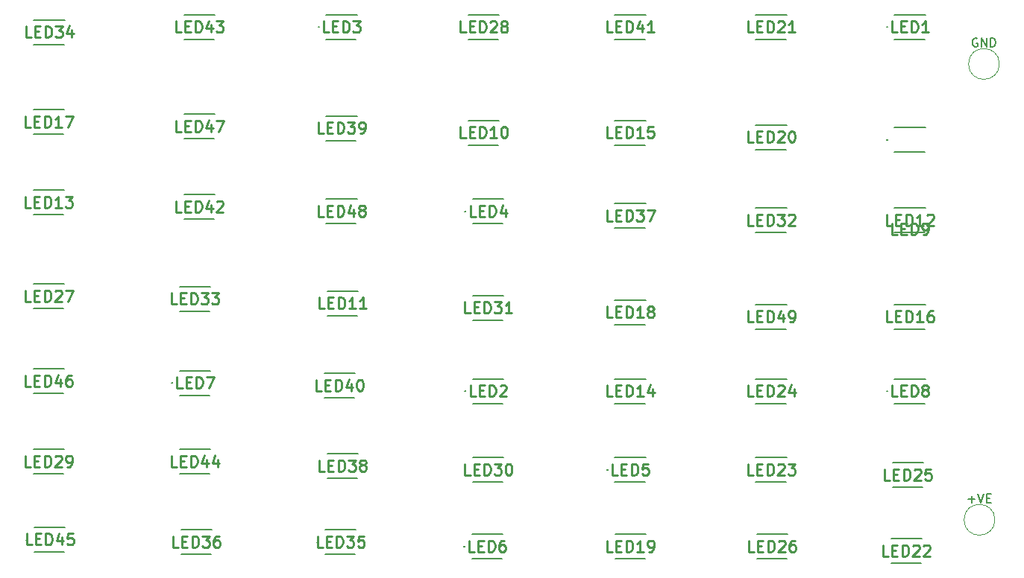
<source format=gbr>
%TF.GenerationSoftware,KiCad,Pcbnew,(6.0.4)*%
%TF.CreationDate,2022-04-23T12:46:16+05:30*%
%TF.ProjectId,led_50w,6c65645f-3530-4772-9e6b-696361645f70,rev?*%
%TF.SameCoordinates,Original*%
%TF.FileFunction,Legend,Top*%
%TF.FilePolarity,Positive*%
%FSLAX46Y46*%
G04 Gerber Fmt 4.6, Leading zero omitted, Abs format (unit mm)*
G04 Created by KiCad (PCBNEW (6.0.4)) date 2022-04-23 12:46:16*
%MOMM*%
%LPD*%
G01*
G04 APERTURE LIST*
%ADD10C,0.150000*%
%ADD11C,0.254000*%
%ADD12C,0.120000*%
%ADD13C,0.200000*%
G04 APERTURE END LIST*
D10*
%TO.C,GND*%
X184150095Y-74318000D02*
X184054857Y-74270380D01*
X183912000Y-74270380D01*
X183769142Y-74318000D01*
X183673904Y-74413238D01*
X183626285Y-74508476D01*
X183578666Y-74698952D01*
X183578666Y-74841809D01*
X183626285Y-75032285D01*
X183673904Y-75127523D01*
X183769142Y-75222761D01*
X183912000Y-75270380D01*
X184007238Y-75270380D01*
X184150095Y-75222761D01*
X184197714Y-75175142D01*
X184197714Y-74841809D01*
X184007238Y-74841809D01*
X184626285Y-75270380D02*
X184626285Y-74270380D01*
X185197714Y-75270380D01*
X185197714Y-74270380D01*
X185673904Y-75270380D02*
X185673904Y-74270380D01*
X185912000Y-74270380D01*
X186054857Y-74318000D01*
X186150095Y-74413238D01*
X186197714Y-74508476D01*
X186245333Y-74698952D01*
X186245333Y-74841809D01*
X186197714Y-75032285D01*
X186150095Y-75127523D01*
X186054857Y-75222761D01*
X185912000Y-75270380D01*
X185673904Y-75270380D01*
%TO.C,+VE*%
X183142095Y-126705428D02*
X183904000Y-126705428D01*
X183523047Y-127086380D02*
X183523047Y-126324476D01*
X184237333Y-126086380D02*
X184570666Y-127086380D01*
X184904000Y-126086380D01*
X185237333Y-126562571D02*
X185570666Y-126562571D01*
X185713523Y-127086380D02*
X185237333Y-127086380D01*
X185237333Y-126086380D01*
X185713523Y-126086380D01*
D11*
%TO.C,LED24*%
X158746047Y-114990523D02*
X158141285Y-114990523D01*
X158141285Y-113720523D01*
X159169380Y-114325285D02*
X159592714Y-114325285D01*
X159774142Y-114990523D02*
X159169380Y-114990523D01*
X159169380Y-113720523D01*
X159774142Y-113720523D01*
X160318428Y-114990523D02*
X160318428Y-113720523D01*
X160620809Y-113720523D01*
X160802238Y-113781000D01*
X160923190Y-113901952D01*
X160983666Y-114022904D01*
X161044142Y-114264809D01*
X161044142Y-114446238D01*
X160983666Y-114688142D01*
X160923190Y-114809095D01*
X160802238Y-114930047D01*
X160620809Y-114990523D01*
X160318428Y-114990523D01*
X161527952Y-113841476D02*
X161588428Y-113781000D01*
X161709380Y-113720523D01*
X162011761Y-113720523D01*
X162132714Y-113781000D01*
X162193190Y-113841476D01*
X162253666Y-113962428D01*
X162253666Y-114083380D01*
X162193190Y-114264809D01*
X161467476Y-114990523D01*
X162253666Y-114990523D01*
X163342238Y-114143857D02*
X163342238Y-114990523D01*
X163039857Y-113660047D02*
X162737476Y-114567190D01*
X163523666Y-114567190D01*
%TO.C,LED23*%
X158746047Y-123938523D02*
X158141285Y-123938523D01*
X158141285Y-122668523D01*
X159169380Y-123273285D02*
X159592714Y-123273285D01*
X159774142Y-123938523D02*
X159169380Y-123938523D01*
X159169380Y-122668523D01*
X159774142Y-122668523D01*
X160318428Y-123938523D02*
X160318428Y-122668523D01*
X160620809Y-122668523D01*
X160802238Y-122729000D01*
X160923190Y-122849952D01*
X160983666Y-122970904D01*
X161044142Y-123212809D01*
X161044142Y-123394238D01*
X160983666Y-123636142D01*
X160923190Y-123757095D01*
X160802238Y-123878047D01*
X160620809Y-123938523D01*
X160318428Y-123938523D01*
X161527952Y-122789476D02*
X161588428Y-122729000D01*
X161709380Y-122668523D01*
X162011761Y-122668523D01*
X162132714Y-122729000D01*
X162193190Y-122789476D01*
X162253666Y-122910428D01*
X162253666Y-123031380D01*
X162193190Y-123212809D01*
X161467476Y-123938523D01*
X162253666Y-123938523D01*
X162677000Y-122668523D02*
X163463190Y-122668523D01*
X163039857Y-123152333D01*
X163221285Y-123152333D01*
X163342238Y-123212809D01*
X163402714Y-123273285D01*
X163463190Y-123394238D01*
X163463190Y-123696619D01*
X163402714Y-123817571D01*
X163342238Y-123878047D01*
X163221285Y-123938523D01*
X162858428Y-123938523D01*
X162737476Y-123878047D01*
X162677000Y-123817571D01*
%TO.C,LED22*%
X174079047Y-133162523D02*
X173474285Y-133162523D01*
X173474285Y-131892523D01*
X174502380Y-132497285D02*
X174925714Y-132497285D01*
X175107142Y-133162523D02*
X174502380Y-133162523D01*
X174502380Y-131892523D01*
X175107142Y-131892523D01*
X175651428Y-133162523D02*
X175651428Y-131892523D01*
X175953809Y-131892523D01*
X176135238Y-131953000D01*
X176256190Y-132073952D01*
X176316666Y-132194904D01*
X176377142Y-132436809D01*
X176377142Y-132618238D01*
X176316666Y-132860142D01*
X176256190Y-132981095D01*
X176135238Y-133102047D01*
X175953809Y-133162523D01*
X175651428Y-133162523D01*
X176860952Y-132013476D02*
X176921428Y-131953000D01*
X177042380Y-131892523D01*
X177344761Y-131892523D01*
X177465714Y-131953000D01*
X177526190Y-132013476D01*
X177586666Y-132134428D01*
X177586666Y-132255380D01*
X177526190Y-132436809D01*
X176800476Y-133162523D01*
X177586666Y-133162523D01*
X178070476Y-132013476D02*
X178130952Y-131953000D01*
X178251904Y-131892523D01*
X178554285Y-131892523D01*
X178675238Y-131953000D01*
X178735714Y-132013476D01*
X178796190Y-132134428D01*
X178796190Y-132255380D01*
X178735714Y-132436809D01*
X178010000Y-133162523D01*
X178796190Y-133162523D01*
%TO.C,LED21*%
X158746047Y-73610523D02*
X158141285Y-73610523D01*
X158141285Y-72340523D01*
X159169380Y-72945285D02*
X159592714Y-72945285D01*
X159774142Y-73610523D02*
X159169380Y-73610523D01*
X159169380Y-72340523D01*
X159774142Y-72340523D01*
X160318428Y-73610523D02*
X160318428Y-72340523D01*
X160620809Y-72340523D01*
X160802238Y-72401000D01*
X160923190Y-72521952D01*
X160983666Y-72642904D01*
X161044142Y-72884809D01*
X161044142Y-73066238D01*
X160983666Y-73308142D01*
X160923190Y-73429095D01*
X160802238Y-73550047D01*
X160620809Y-73610523D01*
X160318428Y-73610523D01*
X161527952Y-72461476D02*
X161588428Y-72401000D01*
X161709380Y-72340523D01*
X162011761Y-72340523D01*
X162132714Y-72401000D01*
X162193190Y-72461476D01*
X162253666Y-72582428D01*
X162253666Y-72703380D01*
X162193190Y-72884809D01*
X161467476Y-73610523D01*
X162253666Y-73610523D01*
X163463190Y-73610523D02*
X162737476Y-73610523D01*
X163100333Y-73610523D02*
X163100333Y-72340523D01*
X162979380Y-72521952D01*
X162858428Y-72642904D01*
X162737476Y-72703380D01*
%TO.C,LED20*%
X158746047Y-86114523D02*
X158141285Y-86114523D01*
X158141285Y-84844523D01*
X159169380Y-85449285D02*
X159592714Y-85449285D01*
X159774142Y-86114523D02*
X159169380Y-86114523D01*
X159169380Y-84844523D01*
X159774142Y-84844523D01*
X160318428Y-86114523D02*
X160318428Y-84844523D01*
X160620809Y-84844523D01*
X160802238Y-84905000D01*
X160923190Y-85025952D01*
X160983666Y-85146904D01*
X161044142Y-85388809D01*
X161044142Y-85570238D01*
X160983666Y-85812142D01*
X160923190Y-85933095D01*
X160802238Y-86054047D01*
X160620809Y-86114523D01*
X160318428Y-86114523D01*
X161527952Y-84965476D02*
X161588428Y-84905000D01*
X161709380Y-84844523D01*
X162011761Y-84844523D01*
X162132714Y-84905000D01*
X162193190Y-84965476D01*
X162253666Y-85086428D01*
X162253666Y-85207380D01*
X162193190Y-85388809D01*
X161467476Y-86114523D01*
X162253666Y-86114523D01*
X163039857Y-84844523D02*
X163160809Y-84844523D01*
X163281761Y-84905000D01*
X163342238Y-84965476D01*
X163402714Y-85086428D01*
X163463190Y-85328333D01*
X163463190Y-85630714D01*
X163402714Y-85872619D01*
X163342238Y-85993571D01*
X163281761Y-86054047D01*
X163160809Y-86114523D01*
X163039857Y-86114523D01*
X162918904Y-86054047D01*
X162858428Y-85993571D01*
X162797952Y-85872619D01*
X162737476Y-85630714D01*
X162737476Y-85328333D01*
X162797952Y-85086428D01*
X162858428Y-84965476D01*
X162918904Y-84905000D01*
X163039857Y-84844523D01*
%TO.C,LED19*%
X142754047Y-132654523D02*
X142149285Y-132654523D01*
X142149285Y-131384523D01*
X143177380Y-131989285D02*
X143600714Y-131989285D01*
X143782142Y-132654523D02*
X143177380Y-132654523D01*
X143177380Y-131384523D01*
X143782142Y-131384523D01*
X144326428Y-132654523D02*
X144326428Y-131384523D01*
X144628809Y-131384523D01*
X144810238Y-131445000D01*
X144931190Y-131565952D01*
X144991666Y-131686904D01*
X145052142Y-131928809D01*
X145052142Y-132110238D01*
X144991666Y-132352142D01*
X144931190Y-132473095D01*
X144810238Y-132594047D01*
X144628809Y-132654523D01*
X144326428Y-132654523D01*
X146261666Y-132654523D02*
X145535952Y-132654523D01*
X145898809Y-132654523D02*
X145898809Y-131384523D01*
X145777857Y-131565952D01*
X145656904Y-131686904D01*
X145535952Y-131747380D01*
X146866428Y-132654523D02*
X147108333Y-132654523D01*
X147229285Y-132594047D01*
X147289761Y-132533571D01*
X147410714Y-132352142D01*
X147471190Y-132110238D01*
X147471190Y-131626428D01*
X147410714Y-131505476D01*
X147350238Y-131445000D01*
X147229285Y-131384523D01*
X146987380Y-131384523D01*
X146866428Y-131445000D01*
X146805952Y-131505476D01*
X146745476Y-131626428D01*
X146745476Y-131928809D01*
X146805952Y-132049761D01*
X146866428Y-132110238D01*
X146987380Y-132170714D01*
X147229285Y-132170714D01*
X147350238Y-132110238D01*
X147410714Y-132049761D01*
X147471190Y-131928809D01*
%TO.C,LED18*%
X142734047Y-106042523D02*
X142129285Y-106042523D01*
X142129285Y-104772523D01*
X143157380Y-105377285D02*
X143580714Y-105377285D01*
X143762142Y-106042523D02*
X143157380Y-106042523D01*
X143157380Y-104772523D01*
X143762142Y-104772523D01*
X144306428Y-106042523D02*
X144306428Y-104772523D01*
X144608809Y-104772523D01*
X144790238Y-104833000D01*
X144911190Y-104953952D01*
X144971666Y-105074904D01*
X145032142Y-105316809D01*
X145032142Y-105498238D01*
X144971666Y-105740142D01*
X144911190Y-105861095D01*
X144790238Y-105982047D01*
X144608809Y-106042523D01*
X144306428Y-106042523D01*
X146241666Y-106042523D02*
X145515952Y-106042523D01*
X145878809Y-106042523D02*
X145878809Y-104772523D01*
X145757857Y-104953952D01*
X145636904Y-105074904D01*
X145515952Y-105135380D01*
X146967380Y-105316809D02*
X146846428Y-105256333D01*
X146785952Y-105195857D01*
X146725476Y-105074904D01*
X146725476Y-105014428D01*
X146785952Y-104893476D01*
X146846428Y-104833000D01*
X146967380Y-104772523D01*
X147209285Y-104772523D01*
X147330238Y-104833000D01*
X147390714Y-104893476D01*
X147451190Y-105014428D01*
X147451190Y-105074904D01*
X147390714Y-105195857D01*
X147330238Y-105256333D01*
X147209285Y-105316809D01*
X146967380Y-105316809D01*
X146846428Y-105377285D01*
X146785952Y-105437761D01*
X146725476Y-105558714D01*
X146725476Y-105800619D01*
X146785952Y-105921571D01*
X146846428Y-105982047D01*
X146967380Y-106042523D01*
X147209285Y-106042523D01*
X147330238Y-105982047D01*
X147390714Y-105921571D01*
X147451190Y-105800619D01*
X147451190Y-105558714D01*
X147390714Y-105437761D01*
X147330238Y-105377285D01*
X147209285Y-105316809D01*
%TO.C,LED17*%
X76714047Y-84394523D02*
X76109285Y-84394523D01*
X76109285Y-83124523D01*
X77137380Y-83729285D02*
X77560714Y-83729285D01*
X77742142Y-84394523D02*
X77137380Y-84394523D01*
X77137380Y-83124523D01*
X77742142Y-83124523D01*
X78286428Y-84394523D02*
X78286428Y-83124523D01*
X78588809Y-83124523D01*
X78770238Y-83185000D01*
X78891190Y-83305952D01*
X78951666Y-83426904D01*
X79012142Y-83668809D01*
X79012142Y-83850238D01*
X78951666Y-84092142D01*
X78891190Y-84213095D01*
X78770238Y-84334047D01*
X78588809Y-84394523D01*
X78286428Y-84394523D01*
X80221666Y-84394523D02*
X79495952Y-84394523D01*
X79858809Y-84394523D02*
X79858809Y-83124523D01*
X79737857Y-83305952D01*
X79616904Y-83426904D01*
X79495952Y-83487380D01*
X80645000Y-83124523D02*
X81491666Y-83124523D01*
X80947380Y-84394523D01*
%TO.C,LED16*%
X174494047Y-106550523D02*
X173889285Y-106550523D01*
X173889285Y-105280523D01*
X174917380Y-105885285D02*
X175340714Y-105885285D01*
X175522142Y-106550523D02*
X174917380Y-106550523D01*
X174917380Y-105280523D01*
X175522142Y-105280523D01*
X176066428Y-106550523D02*
X176066428Y-105280523D01*
X176368809Y-105280523D01*
X176550238Y-105341000D01*
X176671190Y-105461952D01*
X176731666Y-105582904D01*
X176792142Y-105824809D01*
X176792142Y-106006238D01*
X176731666Y-106248142D01*
X176671190Y-106369095D01*
X176550238Y-106490047D01*
X176368809Y-106550523D01*
X176066428Y-106550523D01*
X178001666Y-106550523D02*
X177275952Y-106550523D01*
X177638809Y-106550523D02*
X177638809Y-105280523D01*
X177517857Y-105461952D01*
X177396904Y-105582904D01*
X177275952Y-105643380D01*
X179090238Y-105280523D02*
X178848333Y-105280523D01*
X178727380Y-105341000D01*
X178666904Y-105401476D01*
X178545952Y-105582904D01*
X178485476Y-105824809D01*
X178485476Y-106308619D01*
X178545952Y-106429571D01*
X178606428Y-106490047D01*
X178727380Y-106550523D01*
X178969285Y-106550523D01*
X179090238Y-106490047D01*
X179150714Y-106429571D01*
X179211190Y-106308619D01*
X179211190Y-106006238D01*
X179150714Y-105885285D01*
X179090238Y-105824809D01*
X178969285Y-105764333D01*
X178727380Y-105764333D01*
X178606428Y-105824809D01*
X178545952Y-105885285D01*
X178485476Y-106006238D01*
%TO.C,LED15*%
X142734047Y-85606523D02*
X142129285Y-85606523D01*
X142129285Y-84336523D01*
X143157380Y-84941285D02*
X143580714Y-84941285D01*
X143762142Y-85606523D02*
X143157380Y-85606523D01*
X143157380Y-84336523D01*
X143762142Y-84336523D01*
X144306428Y-85606523D02*
X144306428Y-84336523D01*
X144608809Y-84336523D01*
X144790238Y-84397000D01*
X144911190Y-84517952D01*
X144971666Y-84638904D01*
X145032142Y-84880809D01*
X145032142Y-85062238D01*
X144971666Y-85304142D01*
X144911190Y-85425095D01*
X144790238Y-85546047D01*
X144608809Y-85606523D01*
X144306428Y-85606523D01*
X146241666Y-85606523D02*
X145515952Y-85606523D01*
X145878809Y-85606523D02*
X145878809Y-84336523D01*
X145757857Y-84517952D01*
X145636904Y-84638904D01*
X145515952Y-84699380D01*
X147390714Y-84336523D02*
X146785952Y-84336523D01*
X146725476Y-84941285D01*
X146785952Y-84880809D01*
X146906904Y-84820333D01*
X147209285Y-84820333D01*
X147330238Y-84880809D01*
X147390714Y-84941285D01*
X147451190Y-85062238D01*
X147451190Y-85364619D01*
X147390714Y-85485571D01*
X147330238Y-85546047D01*
X147209285Y-85606523D01*
X146906904Y-85606523D01*
X146785952Y-85546047D01*
X146725476Y-85485571D01*
%TO.C,LED14*%
X142734047Y-114990523D02*
X142129285Y-114990523D01*
X142129285Y-113720523D01*
X143157380Y-114325285D02*
X143580714Y-114325285D01*
X143762142Y-114990523D02*
X143157380Y-114990523D01*
X143157380Y-113720523D01*
X143762142Y-113720523D01*
X144306428Y-114990523D02*
X144306428Y-113720523D01*
X144608809Y-113720523D01*
X144790238Y-113781000D01*
X144911190Y-113901952D01*
X144971666Y-114022904D01*
X145032142Y-114264809D01*
X145032142Y-114446238D01*
X144971666Y-114688142D01*
X144911190Y-114809095D01*
X144790238Y-114930047D01*
X144608809Y-114990523D01*
X144306428Y-114990523D01*
X146241666Y-114990523D02*
X145515952Y-114990523D01*
X145878809Y-114990523D02*
X145878809Y-113720523D01*
X145757857Y-113901952D01*
X145636904Y-114022904D01*
X145515952Y-114083380D01*
X147330238Y-114143857D02*
X147330238Y-114990523D01*
X147027857Y-113660047D02*
X146725476Y-114567190D01*
X147511666Y-114567190D01*
%TO.C,LED1*%
X175098809Y-73610523D02*
X174494047Y-73610523D01*
X174494047Y-72340523D01*
X175522142Y-72945285D02*
X175945476Y-72945285D01*
X176126904Y-73610523D02*
X175522142Y-73610523D01*
X175522142Y-72340523D01*
X176126904Y-72340523D01*
X176671190Y-73610523D02*
X176671190Y-72340523D01*
X176973571Y-72340523D01*
X177155000Y-72401000D01*
X177275952Y-72521952D01*
X177336428Y-72642904D01*
X177396904Y-72884809D01*
X177396904Y-73066238D01*
X177336428Y-73308142D01*
X177275952Y-73429095D01*
X177155000Y-73550047D01*
X176973571Y-73610523D01*
X176671190Y-73610523D01*
X178606428Y-73610523D02*
X177880714Y-73610523D01*
X178243571Y-73610523D02*
X178243571Y-72340523D01*
X178122619Y-72521952D01*
X178001666Y-72642904D01*
X177880714Y-72703380D01*
%TO.C,LED12*%
X174494047Y-95570523D02*
X173889285Y-95570523D01*
X173889285Y-94300523D01*
X174917380Y-94905285D02*
X175340714Y-94905285D01*
X175522142Y-95570523D02*
X174917380Y-95570523D01*
X174917380Y-94300523D01*
X175522142Y-94300523D01*
X176066428Y-95570523D02*
X176066428Y-94300523D01*
X176368809Y-94300523D01*
X176550238Y-94361000D01*
X176671190Y-94481952D01*
X176731666Y-94602904D01*
X176792142Y-94844809D01*
X176792142Y-95026238D01*
X176731666Y-95268142D01*
X176671190Y-95389095D01*
X176550238Y-95510047D01*
X176368809Y-95570523D01*
X176066428Y-95570523D01*
X178001666Y-95570523D02*
X177275952Y-95570523D01*
X177638809Y-95570523D02*
X177638809Y-94300523D01*
X177517857Y-94481952D01*
X177396904Y-94602904D01*
X177275952Y-94663380D01*
X178485476Y-94421476D02*
X178545952Y-94361000D01*
X178666904Y-94300523D01*
X178969285Y-94300523D01*
X179090238Y-94361000D01*
X179150714Y-94421476D01*
X179211190Y-94542428D01*
X179211190Y-94663380D01*
X179150714Y-94844809D01*
X178425000Y-95570523D01*
X179211190Y-95570523D01*
%TO.C,LED11*%
X110071047Y-105026523D02*
X109466285Y-105026523D01*
X109466285Y-103756523D01*
X110494380Y-104361285D02*
X110917714Y-104361285D01*
X111099142Y-105026523D02*
X110494380Y-105026523D01*
X110494380Y-103756523D01*
X111099142Y-103756523D01*
X111643428Y-105026523D02*
X111643428Y-103756523D01*
X111945809Y-103756523D01*
X112127238Y-103817000D01*
X112248190Y-103937952D01*
X112308666Y-104058904D01*
X112369142Y-104300809D01*
X112369142Y-104482238D01*
X112308666Y-104724142D01*
X112248190Y-104845095D01*
X112127238Y-104966047D01*
X111945809Y-105026523D01*
X111643428Y-105026523D01*
X113578666Y-105026523D02*
X112852952Y-105026523D01*
X113215809Y-105026523D02*
X113215809Y-103756523D01*
X113094857Y-103937952D01*
X112973904Y-104058904D01*
X112852952Y-104119380D01*
X114788190Y-105026523D02*
X114062476Y-105026523D01*
X114425333Y-105026523D02*
X114425333Y-103756523D01*
X114304380Y-103937952D01*
X114183428Y-104058904D01*
X114062476Y-104119380D01*
%TO.C,LED10*%
X126092047Y-85606523D02*
X125487285Y-85606523D01*
X125487285Y-84336523D01*
X126515380Y-84941285D02*
X126938714Y-84941285D01*
X127120142Y-85606523D02*
X126515380Y-85606523D01*
X126515380Y-84336523D01*
X127120142Y-84336523D01*
X127664428Y-85606523D02*
X127664428Y-84336523D01*
X127966809Y-84336523D01*
X128148238Y-84397000D01*
X128269190Y-84517952D01*
X128329666Y-84638904D01*
X128390142Y-84880809D01*
X128390142Y-85062238D01*
X128329666Y-85304142D01*
X128269190Y-85425095D01*
X128148238Y-85546047D01*
X127966809Y-85606523D01*
X127664428Y-85606523D01*
X129599666Y-85606523D02*
X128873952Y-85606523D01*
X129236809Y-85606523D02*
X129236809Y-84336523D01*
X129115857Y-84517952D01*
X128994904Y-84638904D01*
X128873952Y-84699380D01*
X130385857Y-84336523D02*
X130506809Y-84336523D01*
X130627761Y-84397000D01*
X130688238Y-84457476D01*
X130748714Y-84578428D01*
X130809190Y-84820333D01*
X130809190Y-85122714D01*
X130748714Y-85364619D01*
X130688238Y-85485571D01*
X130627761Y-85546047D01*
X130506809Y-85606523D01*
X130385857Y-85606523D01*
X130264904Y-85546047D01*
X130204428Y-85485571D01*
X130143952Y-85364619D01*
X130083476Y-85122714D01*
X130083476Y-84820333D01*
X130143952Y-84578428D01*
X130204428Y-84457476D01*
X130264904Y-84397000D01*
X130385857Y-84336523D01*
%TO.C,LED9*%
X175098809Y-96586523D02*
X174494047Y-96586523D01*
X174494047Y-95316523D01*
X175522142Y-95921285D02*
X175945476Y-95921285D01*
X176126904Y-96586523D02*
X175522142Y-96586523D01*
X175522142Y-95316523D01*
X176126904Y-95316523D01*
X176671190Y-96586523D02*
X176671190Y-95316523D01*
X176973571Y-95316523D01*
X177155000Y-95377000D01*
X177275952Y-95497952D01*
X177336428Y-95618904D01*
X177396904Y-95860809D01*
X177396904Y-96042238D01*
X177336428Y-96284142D01*
X177275952Y-96405095D01*
X177155000Y-96526047D01*
X176973571Y-96586523D01*
X176671190Y-96586523D01*
X178001666Y-96586523D02*
X178243571Y-96586523D01*
X178364523Y-96526047D01*
X178425000Y-96465571D01*
X178545952Y-96284142D01*
X178606428Y-96042238D01*
X178606428Y-95558428D01*
X178545952Y-95437476D01*
X178485476Y-95377000D01*
X178364523Y-95316523D01*
X178122619Y-95316523D01*
X178001666Y-95377000D01*
X177941190Y-95437476D01*
X177880714Y-95558428D01*
X177880714Y-95860809D01*
X177941190Y-95981761D01*
X178001666Y-96042238D01*
X178122619Y-96102714D01*
X178364523Y-96102714D01*
X178485476Y-96042238D01*
X178545952Y-95981761D01*
X178606428Y-95860809D01*
%TO.C,LED8*%
X175098809Y-114990523D02*
X174494047Y-114990523D01*
X174494047Y-113720523D01*
X175522142Y-114325285D02*
X175945476Y-114325285D01*
X176126904Y-114990523D02*
X175522142Y-114990523D01*
X175522142Y-113720523D01*
X176126904Y-113720523D01*
X176671190Y-114990523D02*
X176671190Y-113720523D01*
X176973571Y-113720523D01*
X177155000Y-113781000D01*
X177275952Y-113901952D01*
X177336428Y-114022904D01*
X177396904Y-114264809D01*
X177396904Y-114446238D01*
X177336428Y-114688142D01*
X177275952Y-114809095D01*
X177155000Y-114930047D01*
X176973571Y-114990523D01*
X176671190Y-114990523D01*
X178122619Y-114264809D02*
X178001666Y-114204333D01*
X177941190Y-114143857D01*
X177880714Y-114022904D01*
X177880714Y-113962428D01*
X177941190Y-113841476D01*
X178001666Y-113781000D01*
X178122619Y-113720523D01*
X178364523Y-113720523D01*
X178485476Y-113781000D01*
X178545952Y-113841476D01*
X178606428Y-113962428D01*
X178606428Y-114022904D01*
X178545952Y-114143857D01*
X178485476Y-114204333D01*
X178364523Y-114264809D01*
X178122619Y-114264809D01*
X178001666Y-114325285D01*
X177941190Y-114385761D01*
X177880714Y-114506714D01*
X177880714Y-114748619D01*
X177941190Y-114869571D01*
X178001666Y-114930047D01*
X178122619Y-114990523D01*
X178364523Y-114990523D01*
X178485476Y-114930047D01*
X178545952Y-114869571D01*
X178606428Y-114748619D01*
X178606428Y-114506714D01*
X178545952Y-114385761D01*
X178485476Y-114325285D01*
X178364523Y-114264809D01*
%TO.C,LED7*%
X93920809Y-114054523D02*
X93316047Y-114054523D01*
X93316047Y-112784523D01*
X94344142Y-113389285D02*
X94767476Y-113389285D01*
X94948904Y-114054523D02*
X94344142Y-114054523D01*
X94344142Y-112784523D01*
X94948904Y-112784523D01*
X95493190Y-114054523D02*
X95493190Y-112784523D01*
X95795571Y-112784523D01*
X95977000Y-112845000D01*
X96097952Y-112965952D01*
X96158428Y-113086904D01*
X96218904Y-113328809D01*
X96218904Y-113510238D01*
X96158428Y-113752142D01*
X96097952Y-113873095D01*
X95977000Y-113994047D01*
X95795571Y-114054523D01*
X95493190Y-114054523D01*
X96642238Y-112784523D02*
X97488904Y-112784523D01*
X96944619Y-114054523D01*
%TO.C,LED6*%
X127102809Y-132654523D02*
X126498047Y-132654523D01*
X126498047Y-131384523D01*
X127526142Y-131989285D02*
X127949476Y-131989285D01*
X128130904Y-132654523D02*
X127526142Y-132654523D01*
X127526142Y-131384523D01*
X128130904Y-131384523D01*
X128675190Y-132654523D02*
X128675190Y-131384523D01*
X128977571Y-131384523D01*
X129159000Y-131445000D01*
X129279952Y-131565952D01*
X129340428Y-131686904D01*
X129400904Y-131928809D01*
X129400904Y-132110238D01*
X129340428Y-132352142D01*
X129279952Y-132473095D01*
X129159000Y-132594047D01*
X128977571Y-132654523D01*
X128675190Y-132654523D01*
X130489476Y-131384523D02*
X130247571Y-131384523D01*
X130126619Y-131445000D01*
X130066142Y-131505476D01*
X129945190Y-131686904D01*
X129884714Y-131928809D01*
X129884714Y-132412619D01*
X129945190Y-132533571D01*
X130005666Y-132594047D01*
X130126619Y-132654523D01*
X130368523Y-132654523D01*
X130489476Y-132594047D01*
X130549952Y-132533571D01*
X130610428Y-132412619D01*
X130610428Y-132110238D01*
X130549952Y-131989285D01*
X130489476Y-131928809D01*
X130368523Y-131868333D01*
X130126619Y-131868333D01*
X130005666Y-131928809D01*
X129945190Y-131989285D01*
X129884714Y-132110238D01*
%TO.C,LED5*%
X143338809Y-123938523D02*
X142734047Y-123938523D01*
X142734047Y-122668523D01*
X143762142Y-123273285D02*
X144185476Y-123273285D01*
X144366904Y-123938523D02*
X143762142Y-123938523D01*
X143762142Y-122668523D01*
X144366904Y-122668523D01*
X144911190Y-123938523D02*
X144911190Y-122668523D01*
X145213571Y-122668523D01*
X145395000Y-122729000D01*
X145515952Y-122849952D01*
X145576428Y-122970904D01*
X145636904Y-123212809D01*
X145636904Y-123394238D01*
X145576428Y-123636142D01*
X145515952Y-123757095D01*
X145395000Y-123878047D01*
X145213571Y-123938523D01*
X144911190Y-123938523D01*
X146785952Y-122668523D02*
X146181190Y-122668523D01*
X146120714Y-123273285D01*
X146181190Y-123212809D01*
X146302142Y-123152333D01*
X146604523Y-123152333D01*
X146725476Y-123212809D01*
X146785952Y-123273285D01*
X146846428Y-123394238D01*
X146846428Y-123696619D01*
X146785952Y-123817571D01*
X146725476Y-123878047D01*
X146604523Y-123938523D01*
X146302142Y-123938523D01*
X146181190Y-123878047D01*
X146120714Y-123817571D01*
%TO.C,LED4*%
X127204809Y-94554523D02*
X126600047Y-94554523D01*
X126600047Y-93284523D01*
X127628142Y-93889285D02*
X128051476Y-93889285D01*
X128232904Y-94554523D02*
X127628142Y-94554523D01*
X127628142Y-93284523D01*
X128232904Y-93284523D01*
X128777190Y-94554523D02*
X128777190Y-93284523D01*
X129079571Y-93284523D01*
X129261000Y-93345000D01*
X129381952Y-93465952D01*
X129442428Y-93586904D01*
X129502904Y-93828809D01*
X129502904Y-94010238D01*
X129442428Y-94252142D01*
X129381952Y-94373095D01*
X129261000Y-94494047D01*
X129079571Y-94554523D01*
X128777190Y-94554523D01*
X130591476Y-93707857D02*
X130591476Y-94554523D01*
X130289095Y-93224047D02*
X129986714Y-94131190D01*
X130772904Y-94131190D01*
%TO.C,LED3*%
X110562809Y-73610523D02*
X109958047Y-73610523D01*
X109958047Y-72340523D01*
X110986142Y-72945285D02*
X111409476Y-72945285D01*
X111590904Y-73610523D02*
X110986142Y-73610523D01*
X110986142Y-72340523D01*
X111590904Y-72340523D01*
X112135190Y-73610523D02*
X112135190Y-72340523D01*
X112437571Y-72340523D01*
X112619000Y-72401000D01*
X112739952Y-72521952D01*
X112800428Y-72642904D01*
X112860904Y-72884809D01*
X112860904Y-73066238D01*
X112800428Y-73308142D01*
X112739952Y-73429095D01*
X112619000Y-73550047D01*
X112437571Y-73610523D01*
X112135190Y-73610523D01*
X113284238Y-72340523D02*
X114070428Y-72340523D01*
X113647095Y-72824333D01*
X113828523Y-72824333D01*
X113949476Y-72884809D01*
X114009952Y-72945285D01*
X114070428Y-73066238D01*
X114070428Y-73368619D01*
X114009952Y-73489571D01*
X113949476Y-73550047D01*
X113828523Y-73610523D01*
X113465666Y-73610523D01*
X113344714Y-73550047D01*
X113284238Y-73489571D01*
%TO.C,LED2*%
X127204809Y-114990523D02*
X126600047Y-114990523D01*
X126600047Y-113720523D01*
X127628142Y-114325285D02*
X128051476Y-114325285D01*
X128232904Y-114990523D02*
X127628142Y-114990523D01*
X127628142Y-113720523D01*
X128232904Y-113720523D01*
X128777190Y-114990523D02*
X128777190Y-113720523D01*
X129079571Y-113720523D01*
X129261000Y-113781000D01*
X129381952Y-113901952D01*
X129442428Y-114022904D01*
X129502904Y-114264809D01*
X129502904Y-114446238D01*
X129442428Y-114688142D01*
X129381952Y-114809095D01*
X129261000Y-114930047D01*
X129079571Y-114990523D01*
X128777190Y-114990523D01*
X129986714Y-113841476D02*
X130047190Y-113781000D01*
X130168142Y-113720523D01*
X130470523Y-113720523D01*
X130591476Y-113781000D01*
X130651952Y-113841476D01*
X130712428Y-113962428D01*
X130712428Y-114083380D01*
X130651952Y-114264809D01*
X129926238Y-114990523D01*
X130712428Y-114990523D01*
%TO.C,LED13*%
X76714047Y-93538523D02*
X76109285Y-93538523D01*
X76109285Y-92268523D01*
X77137380Y-92873285D02*
X77560714Y-92873285D01*
X77742142Y-93538523D02*
X77137380Y-93538523D01*
X77137380Y-92268523D01*
X77742142Y-92268523D01*
X78286428Y-93538523D02*
X78286428Y-92268523D01*
X78588809Y-92268523D01*
X78770238Y-92329000D01*
X78891190Y-92449952D01*
X78951666Y-92570904D01*
X79012142Y-92812809D01*
X79012142Y-92994238D01*
X78951666Y-93236142D01*
X78891190Y-93357095D01*
X78770238Y-93478047D01*
X78588809Y-93538523D01*
X78286428Y-93538523D01*
X80221666Y-93538523D02*
X79495952Y-93538523D01*
X79858809Y-93538523D02*
X79858809Y-92268523D01*
X79737857Y-92449952D01*
X79616904Y-92570904D01*
X79495952Y-92631380D01*
X80645000Y-92268523D02*
X81431190Y-92268523D01*
X81007857Y-92752333D01*
X81189285Y-92752333D01*
X81310238Y-92812809D01*
X81370714Y-92873285D01*
X81431190Y-92994238D01*
X81431190Y-93296619D01*
X81370714Y-93417571D01*
X81310238Y-93478047D01*
X81189285Y-93538523D01*
X80826428Y-93538523D01*
X80705476Y-93478047D01*
X80645000Y-93417571D01*
%TO.C,LED49*%
X158746047Y-106550523D02*
X158141285Y-106550523D01*
X158141285Y-105280523D01*
X159169380Y-105885285D02*
X159592714Y-105885285D01*
X159774142Y-106550523D02*
X159169380Y-106550523D01*
X159169380Y-105280523D01*
X159774142Y-105280523D01*
X160318428Y-106550523D02*
X160318428Y-105280523D01*
X160620809Y-105280523D01*
X160802238Y-105341000D01*
X160923190Y-105461952D01*
X160983666Y-105582904D01*
X161044142Y-105824809D01*
X161044142Y-106006238D01*
X160983666Y-106248142D01*
X160923190Y-106369095D01*
X160802238Y-106490047D01*
X160620809Y-106550523D01*
X160318428Y-106550523D01*
X162132714Y-105703857D02*
X162132714Y-106550523D01*
X161830333Y-105220047D02*
X161527952Y-106127190D01*
X162314142Y-106127190D01*
X162858428Y-106550523D02*
X163100333Y-106550523D01*
X163221285Y-106490047D01*
X163281761Y-106429571D01*
X163402714Y-106248142D01*
X163463190Y-106006238D01*
X163463190Y-105522428D01*
X163402714Y-105401476D01*
X163342238Y-105341000D01*
X163221285Y-105280523D01*
X162979380Y-105280523D01*
X162858428Y-105341000D01*
X162797952Y-105401476D01*
X162737476Y-105522428D01*
X162737476Y-105824809D01*
X162797952Y-105945761D01*
X162858428Y-106006238D01*
X162979380Y-106066714D01*
X163221285Y-106066714D01*
X163342238Y-106006238D01*
X163402714Y-105945761D01*
X163463190Y-105824809D01*
%TO.C,LED48*%
X109958047Y-94554523D02*
X109353285Y-94554523D01*
X109353285Y-93284523D01*
X110381380Y-93889285D02*
X110804714Y-93889285D01*
X110986142Y-94554523D02*
X110381380Y-94554523D01*
X110381380Y-93284523D01*
X110986142Y-93284523D01*
X111530428Y-94554523D02*
X111530428Y-93284523D01*
X111832809Y-93284523D01*
X112014238Y-93345000D01*
X112135190Y-93465952D01*
X112195666Y-93586904D01*
X112256142Y-93828809D01*
X112256142Y-94010238D01*
X112195666Y-94252142D01*
X112135190Y-94373095D01*
X112014238Y-94494047D01*
X111832809Y-94554523D01*
X111530428Y-94554523D01*
X113344714Y-93707857D02*
X113344714Y-94554523D01*
X113042333Y-93224047D02*
X112739952Y-94131190D01*
X113526142Y-94131190D01*
X114191380Y-93828809D02*
X114070428Y-93768333D01*
X114009952Y-93707857D01*
X113949476Y-93586904D01*
X113949476Y-93526428D01*
X114009952Y-93405476D01*
X114070428Y-93345000D01*
X114191380Y-93284523D01*
X114433285Y-93284523D01*
X114554238Y-93345000D01*
X114614714Y-93405476D01*
X114675190Y-93526428D01*
X114675190Y-93586904D01*
X114614714Y-93707857D01*
X114554238Y-93768333D01*
X114433285Y-93828809D01*
X114191380Y-93828809D01*
X114070428Y-93889285D01*
X114009952Y-93949761D01*
X113949476Y-94070714D01*
X113949476Y-94312619D01*
X114009952Y-94433571D01*
X114070428Y-94494047D01*
X114191380Y-94554523D01*
X114433285Y-94554523D01*
X114554238Y-94494047D01*
X114614714Y-94433571D01*
X114675190Y-94312619D01*
X114675190Y-94070714D01*
X114614714Y-93949761D01*
X114554238Y-93889285D01*
X114433285Y-93828809D01*
%TO.C,LED47*%
X93824047Y-84902523D02*
X93219285Y-84902523D01*
X93219285Y-83632523D01*
X94247380Y-84237285D02*
X94670714Y-84237285D01*
X94852142Y-84902523D02*
X94247380Y-84902523D01*
X94247380Y-83632523D01*
X94852142Y-83632523D01*
X95396428Y-84902523D02*
X95396428Y-83632523D01*
X95698809Y-83632523D01*
X95880238Y-83693000D01*
X96001190Y-83813952D01*
X96061666Y-83934904D01*
X96122142Y-84176809D01*
X96122142Y-84358238D01*
X96061666Y-84600142D01*
X96001190Y-84721095D01*
X95880238Y-84842047D01*
X95698809Y-84902523D01*
X95396428Y-84902523D01*
X97210714Y-84055857D02*
X97210714Y-84902523D01*
X96908333Y-83572047D02*
X96605952Y-84479190D01*
X97392142Y-84479190D01*
X97755000Y-83632523D02*
X98601666Y-83632523D01*
X98057380Y-84902523D01*
%TO.C,LED46*%
X76714047Y-113858523D02*
X76109285Y-113858523D01*
X76109285Y-112588523D01*
X77137380Y-113193285D02*
X77560714Y-113193285D01*
X77742142Y-113858523D02*
X77137380Y-113858523D01*
X77137380Y-112588523D01*
X77742142Y-112588523D01*
X78286428Y-113858523D02*
X78286428Y-112588523D01*
X78588809Y-112588523D01*
X78770238Y-112649000D01*
X78891190Y-112769952D01*
X78951666Y-112890904D01*
X79012142Y-113132809D01*
X79012142Y-113314238D01*
X78951666Y-113556142D01*
X78891190Y-113677095D01*
X78770238Y-113798047D01*
X78588809Y-113858523D01*
X78286428Y-113858523D01*
X80100714Y-113011857D02*
X80100714Y-113858523D01*
X79798333Y-112528047D02*
X79495952Y-113435190D01*
X80282142Y-113435190D01*
X81310238Y-112588523D02*
X81068333Y-112588523D01*
X80947380Y-112649000D01*
X80886904Y-112709476D01*
X80765952Y-112890904D01*
X80705476Y-113132809D01*
X80705476Y-113616619D01*
X80765952Y-113737571D01*
X80826428Y-113798047D01*
X80947380Y-113858523D01*
X81189285Y-113858523D01*
X81310238Y-113798047D01*
X81370714Y-113737571D01*
X81431190Y-113616619D01*
X81431190Y-113314238D01*
X81370714Y-113193285D01*
X81310238Y-113132809D01*
X81189285Y-113072333D01*
X80947380Y-113072333D01*
X80826428Y-113132809D01*
X80765952Y-113193285D01*
X80705476Y-113314238D01*
%TO.C,LED45*%
X76836047Y-131870523D02*
X76231285Y-131870523D01*
X76231285Y-130600523D01*
X77259380Y-131205285D02*
X77682714Y-131205285D01*
X77864142Y-131870523D02*
X77259380Y-131870523D01*
X77259380Y-130600523D01*
X77864142Y-130600523D01*
X78408428Y-131870523D02*
X78408428Y-130600523D01*
X78710809Y-130600523D01*
X78892238Y-130661000D01*
X79013190Y-130781952D01*
X79073666Y-130902904D01*
X79134142Y-131144809D01*
X79134142Y-131326238D01*
X79073666Y-131568142D01*
X79013190Y-131689095D01*
X78892238Y-131810047D01*
X78710809Y-131870523D01*
X78408428Y-131870523D01*
X80222714Y-131023857D02*
X80222714Y-131870523D01*
X79920333Y-130540047D02*
X79617952Y-131447190D01*
X80404142Y-131447190D01*
X81492714Y-130600523D02*
X80887952Y-130600523D01*
X80827476Y-131205285D01*
X80887952Y-131144809D01*
X81008904Y-131084333D01*
X81311285Y-131084333D01*
X81432238Y-131144809D01*
X81492714Y-131205285D01*
X81553190Y-131326238D01*
X81553190Y-131628619D01*
X81492714Y-131749571D01*
X81432238Y-131810047D01*
X81311285Y-131870523D01*
X81008904Y-131870523D01*
X80887952Y-131810047D01*
X80827476Y-131749571D01*
%TO.C,LED44*%
X93316047Y-123002523D02*
X92711285Y-123002523D01*
X92711285Y-121732523D01*
X93739380Y-122337285D02*
X94162714Y-122337285D01*
X94344142Y-123002523D02*
X93739380Y-123002523D01*
X93739380Y-121732523D01*
X94344142Y-121732523D01*
X94888428Y-123002523D02*
X94888428Y-121732523D01*
X95190809Y-121732523D01*
X95372238Y-121793000D01*
X95493190Y-121913952D01*
X95553666Y-122034904D01*
X95614142Y-122276809D01*
X95614142Y-122458238D01*
X95553666Y-122700142D01*
X95493190Y-122821095D01*
X95372238Y-122942047D01*
X95190809Y-123002523D01*
X94888428Y-123002523D01*
X96702714Y-122155857D02*
X96702714Y-123002523D01*
X96400333Y-121672047D02*
X96097952Y-122579190D01*
X96884142Y-122579190D01*
X97912238Y-122155857D02*
X97912238Y-123002523D01*
X97609857Y-121672047D02*
X97307476Y-122579190D01*
X98093666Y-122579190D01*
%TO.C,LED43*%
X93824047Y-73610523D02*
X93219285Y-73610523D01*
X93219285Y-72340523D01*
X94247380Y-72945285D02*
X94670714Y-72945285D01*
X94852142Y-73610523D02*
X94247380Y-73610523D01*
X94247380Y-72340523D01*
X94852142Y-72340523D01*
X95396428Y-73610523D02*
X95396428Y-72340523D01*
X95698809Y-72340523D01*
X95880238Y-72401000D01*
X96001190Y-72521952D01*
X96061666Y-72642904D01*
X96122142Y-72884809D01*
X96122142Y-73066238D01*
X96061666Y-73308142D01*
X96001190Y-73429095D01*
X95880238Y-73550047D01*
X95698809Y-73610523D01*
X95396428Y-73610523D01*
X97210714Y-72763857D02*
X97210714Y-73610523D01*
X96908333Y-72280047D02*
X96605952Y-73187190D01*
X97392142Y-73187190D01*
X97755000Y-72340523D02*
X98541190Y-72340523D01*
X98117857Y-72824333D01*
X98299285Y-72824333D01*
X98420238Y-72884809D01*
X98480714Y-72945285D01*
X98541190Y-73066238D01*
X98541190Y-73368619D01*
X98480714Y-73489571D01*
X98420238Y-73550047D01*
X98299285Y-73610523D01*
X97936428Y-73610523D01*
X97815476Y-73550047D01*
X97755000Y-73489571D01*
%TO.C,LED42*%
X93824047Y-94046523D02*
X93219285Y-94046523D01*
X93219285Y-92776523D01*
X94247380Y-93381285D02*
X94670714Y-93381285D01*
X94852142Y-94046523D02*
X94247380Y-94046523D01*
X94247380Y-92776523D01*
X94852142Y-92776523D01*
X95396428Y-94046523D02*
X95396428Y-92776523D01*
X95698809Y-92776523D01*
X95880238Y-92837000D01*
X96001190Y-92957952D01*
X96061666Y-93078904D01*
X96122142Y-93320809D01*
X96122142Y-93502238D01*
X96061666Y-93744142D01*
X96001190Y-93865095D01*
X95880238Y-93986047D01*
X95698809Y-94046523D01*
X95396428Y-94046523D01*
X97210714Y-93199857D02*
X97210714Y-94046523D01*
X96908333Y-92716047D02*
X96605952Y-93623190D01*
X97392142Y-93623190D01*
X97815476Y-92897476D02*
X97875952Y-92837000D01*
X97996904Y-92776523D01*
X98299285Y-92776523D01*
X98420238Y-92837000D01*
X98480714Y-92897476D01*
X98541190Y-93018428D01*
X98541190Y-93139380D01*
X98480714Y-93320809D01*
X97755000Y-94046523D01*
X98541190Y-94046523D01*
%TO.C,LED41*%
X142734047Y-73610523D02*
X142129285Y-73610523D01*
X142129285Y-72340523D01*
X143157380Y-72945285D02*
X143580714Y-72945285D01*
X143762142Y-73610523D02*
X143157380Y-73610523D01*
X143157380Y-72340523D01*
X143762142Y-72340523D01*
X144306428Y-73610523D02*
X144306428Y-72340523D01*
X144608809Y-72340523D01*
X144790238Y-72401000D01*
X144911190Y-72521952D01*
X144971666Y-72642904D01*
X145032142Y-72884809D01*
X145032142Y-73066238D01*
X144971666Y-73308142D01*
X144911190Y-73429095D01*
X144790238Y-73550047D01*
X144608809Y-73610523D01*
X144306428Y-73610523D01*
X146120714Y-72763857D02*
X146120714Y-73610523D01*
X145818333Y-72280047D02*
X145515952Y-73187190D01*
X146302142Y-73187190D01*
X147451190Y-73610523D02*
X146725476Y-73610523D01*
X147088333Y-73610523D02*
X147088333Y-72340523D01*
X146967380Y-72521952D01*
X146846428Y-72642904D01*
X146725476Y-72703380D01*
%TO.C,LED40*%
X109734047Y-114366523D02*
X109129285Y-114366523D01*
X109129285Y-113096523D01*
X110157380Y-113701285D02*
X110580714Y-113701285D01*
X110762142Y-114366523D02*
X110157380Y-114366523D01*
X110157380Y-113096523D01*
X110762142Y-113096523D01*
X111306428Y-114366523D02*
X111306428Y-113096523D01*
X111608809Y-113096523D01*
X111790238Y-113157000D01*
X111911190Y-113277952D01*
X111971666Y-113398904D01*
X112032142Y-113640809D01*
X112032142Y-113822238D01*
X111971666Y-114064142D01*
X111911190Y-114185095D01*
X111790238Y-114306047D01*
X111608809Y-114366523D01*
X111306428Y-114366523D01*
X113120714Y-113519857D02*
X113120714Y-114366523D01*
X112818333Y-113036047D02*
X112515952Y-113943190D01*
X113302142Y-113943190D01*
X114027857Y-113096523D02*
X114148809Y-113096523D01*
X114269761Y-113157000D01*
X114330238Y-113217476D01*
X114390714Y-113338428D01*
X114451190Y-113580333D01*
X114451190Y-113882714D01*
X114390714Y-114124619D01*
X114330238Y-114245571D01*
X114269761Y-114306047D01*
X114148809Y-114366523D01*
X114027857Y-114366523D01*
X113906904Y-114306047D01*
X113846428Y-114245571D01*
X113785952Y-114124619D01*
X113725476Y-113882714D01*
X113725476Y-113580333D01*
X113785952Y-113338428D01*
X113846428Y-113217476D01*
X113906904Y-113157000D01*
X114027857Y-113096523D01*
%TO.C,LED39*%
X109958047Y-85098523D02*
X109353285Y-85098523D01*
X109353285Y-83828523D01*
X110381380Y-84433285D02*
X110804714Y-84433285D01*
X110986142Y-85098523D02*
X110381380Y-85098523D01*
X110381380Y-83828523D01*
X110986142Y-83828523D01*
X111530428Y-85098523D02*
X111530428Y-83828523D01*
X111832809Y-83828523D01*
X112014238Y-83889000D01*
X112135190Y-84009952D01*
X112195666Y-84130904D01*
X112256142Y-84372809D01*
X112256142Y-84554238D01*
X112195666Y-84796142D01*
X112135190Y-84917095D01*
X112014238Y-85038047D01*
X111832809Y-85098523D01*
X111530428Y-85098523D01*
X112679476Y-83828523D02*
X113465666Y-83828523D01*
X113042333Y-84312333D01*
X113223761Y-84312333D01*
X113344714Y-84372809D01*
X113405190Y-84433285D01*
X113465666Y-84554238D01*
X113465666Y-84856619D01*
X113405190Y-84977571D01*
X113344714Y-85038047D01*
X113223761Y-85098523D01*
X112860904Y-85098523D01*
X112739952Y-85038047D01*
X112679476Y-84977571D01*
X114070428Y-85098523D02*
X114312333Y-85098523D01*
X114433285Y-85038047D01*
X114493761Y-84977571D01*
X114614714Y-84796142D01*
X114675190Y-84554238D01*
X114675190Y-84070428D01*
X114614714Y-83949476D01*
X114554238Y-83889000D01*
X114433285Y-83828523D01*
X114191380Y-83828523D01*
X114070428Y-83889000D01*
X114009952Y-83949476D01*
X113949476Y-84070428D01*
X113949476Y-84372809D01*
X114009952Y-84493761D01*
X114070428Y-84554238D01*
X114191380Y-84614714D01*
X114433285Y-84614714D01*
X114554238Y-84554238D01*
X114614714Y-84493761D01*
X114675190Y-84372809D01*
%TO.C,LED25*%
X174250047Y-124526523D02*
X173645285Y-124526523D01*
X173645285Y-123256523D01*
X174673380Y-123861285D02*
X175096714Y-123861285D01*
X175278142Y-124526523D02*
X174673380Y-124526523D01*
X174673380Y-123256523D01*
X175278142Y-123256523D01*
X175822428Y-124526523D02*
X175822428Y-123256523D01*
X176124809Y-123256523D01*
X176306238Y-123317000D01*
X176427190Y-123437952D01*
X176487666Y-123558904D01*
X176548142Y-123800809D01*
X176548142Y-123982238D01*
X176487666Y-124224142D01*
X176427190Y-124345095D01*
X176306238Y-124466047D01*
X176124809Y-124526523D01*
X175822428Y-124526523D01*
X177031952Y-123377476D02*
X177092428Y-123317000D01*
X177213380Y-123256523D01*
X177515761Y-123256523D01*
X177636714Y-123317000D01*
X177697190Y-123377476D01*
X177757666Y-123498428D01*
X177757666Y-123619380D01*
X177697190Y-123800809D01*
X176971476Y-124526523D01*
X177757666Y-124526523D01*
X178906714Y-123256523D02*
X178301952Y-123256523D01*
X178241476Y-123861285D01*
X178301952Y-123800809D01*
X178422904Y-123740333D01*
X178725285Y-123740333D01*
X178846238Y-123800809D01*
X178906714Y-123861285D01*
X178967190Y-123982238D01*
X178967190Y-124284619D01*
X178906714Y-124405571D01*
X178846238Y-124466047D01*
X178725285Y-124526523D01*
X178422904Y-124526523D01*
X178301952Y-124466047D01*
X178241476Y-124405571D01*
%TO.C,LED37*%
X142734047Y-95062523D02*
X142129285Y-95062523D01*
X142129285Y-93792523D01*
X143157380Y-94397285D02*
X143580714Y-94397285D01*
X143762142Y-95062523D02*
X143157380Y-95062523D01*
X143157380Y-93792523D01*
X143762142Y-93792523D01*
X144306428Y-95062523D02*
X144306428Y-93792523D01*
X144608809Y-93792523D01*
X144790238Y-93853000D01*
X144911190Y-93973952D01*
X144971666Y-94094904D01*
X145032142Y-94336809D01*
X145032142Y-94518238D01*
X144971666Y-94760142D01*
X144911190Y-94881095D01*
X144790238Y-95002047D01*
X144608809Y-95062523D01*
X144306428Y-95062523D01*
X145455476Y-93792523D02*
X146241666Y-93792523D01*
X145818333Y-94276333D01*
X145999761Y-94276333D01*
X146120714Y-94336809D01*
X146181190Y-94397285D01*
X146241666Y-94518238D01*
X146241666Y-94820619D01*
X146181190Y-94941571D01*
X146120714Y-95002047D01*
X145999761Y-95062523D01*
X145636904Y-95062523D01*
X145515952Y-95002047D01*
X145455476Y-94941571D01*
X146665000Y-93792523D02*
X147511666Y-93792523D01*
X146967380Y-95062523D01*
%TO.C,LED36*%
X93478047Y-132146523D02*
X92873285Y-132146523D01*
X92873285Y-130876523D01*
X93901380Y-131481285D02*
X94324714Y-131481285D01*
X94506142Y-132146523D02*
X93901380Y-132146523D01*
X93901380Y-130876523D01*
X94506142Y-130876523D01*
X95050428Y-132146523D02*
X95050428Y-130876523D01*
X95352809Y-130876523D01*
X95534238Y-130937000D01*
X95655190Y-131057952D01*
X95715666Y-131178904D01*
X95776142Y-131420809D01*
X95776142Y-131602238D01*
X95715666Y-131844142D01*
X95655190Y-131965095D01*
X95534238Y-132086047D01*
X95352809Y-132146523D01*
X95050428Y-132146523D01*
X96199476Y-130876523D02*
X96985666Y-130876523D01*
X96562333Y-131360333D01*
X96743761Y-131360333D01*
X96864714Y-131420809D01*
X96925190Y-131481285D01*
X96985666Y-131602238D01*
X96985666Y-131904619D01*
X96925190Y-132025571D01*
X96864714Y-132086047D01*
X96743761Y-132146523D01*
X96380904Y-132146523D01*
X96259952Y-132086047D01*
X96199476Y-132025571D01*
X98074238Y-130876523D02*
X97832333Y-130876523D01*
X97711380Y-130937000D01*
X97650904Y-130997476D01*
X97529952Y-131178904D01*
X97469476Y-131420809D01*
X97469476Y-131904619D01*
X97529952Y-132025571D01*
X97590428Y-132086047D01*
X97711380Y-132146523D01*
X97953285Y-132146523D01*
X98074238Y-132086047D01*
X98134714Y-132025571D01*
X98195190Y-131904619D01*
X98195190Y-131602238D01*
X98134714Y-131481285D01*
X98074238Y-131420809D01*
X97953285Y-131360333D01*
X97711380Y-131360333D01*
X97590428Y-131420809D01*
X97529952Y-131481285D01*
X97469476Y-131602238D01*
%TO.C,LED35*%
X109847047Y-132146523D02*
X109242285Y-132146523D01*
X109242285Y-130876523D01*
X110270380Y-131481285D02*
X110693714Y-131481285D01*
X110875142Y-132146523D02*
X110270380Y-132146523D01*
X110270380Y-130876523D01*
X110875142Y-130876523D01*
X111419428Y-132146523D02*
X111419428Y-130876523D01*
X111721809Y-130876523D01*
X111903238Y-130937000D01*
X112024190Y-131057952D01*
X112084666Y-131178904D01*
X112145142Y-131420809D01*
X112145142Y-131602238D01*
X112084666Y-131844142D01*
X112024190Y-131965095D01*
X111903238Y-132086047D01*
X111721809Y-132146523D01*
X111419428Y-132146523D01*
X112568476Y-130876523D02*
X113354666Y-130876523D01*
X112931333Y-131360333D01*
X113112761Y-131360333D01*
X113233714Y-131420809D01*
X113294190Y-131481285D01*
X113354666Y-131602238D01*
X113354666Y-131904619D01*
X113294190Y-132025571D01*
X113233714Y-132086047D01*
X113112761Y-132146523D01*
X112749904Y-132146523D01*
X112628952Y-132086047D01*
X112568476Y-132025571D01*
X114503714Y-130876523D02*
X113898952Y-130876523D01*
X113838476Y-131481285D01*
X113898952Y-131420809D01*
X114019904Y-131360333D01*
X114322285Y-131360333D01*
X114443238Y-131420809D01*
X114503714Y-131481285D01*
X114564190Y-131602238D01*
X114564190Y-131904619D01*
X114503714Y-132025571D01*
X114443238Y-132086047D01*
X114322285Y-132146523D01*
X114019904Y-132146523D01*
X113898952Y-132086047D01*
X113838476Y-132025571D01*
%TO.C,LED34*%
X76787047Y-74198523D02*
X76182285Y-74198523D01*
X76182285Y-72928523D01*
X77210380Y-73533285D02*
X77633714Y-73533285D01*
X77815142Y-74198523D02*
X77210380Y-74198523D01*
X77210380Y-72928523D01*
X77815142Y-72928523D01*
X78359428Y-74198523D02*
X78359428Y-72928523D01*
X78661809Y-72928523D01*
X78843238Y-72989000D01*
X78964190Y-73109952D01*
X79024666Y-73230904D01*
X79085142Y-73472809D01*
X79085142Y-73654238D01*
X79024666Y-73896142D01*
X78964190Y-74017095D01*
X78843238Y-74138047D01*
X78661809Y-74198523D01*
X78359428Y-74198523D01*
X79508476Y-72928523D02*
X80294666Y-72928523D01*
X79871333Y-73412333D01*
X80052761Y-73412333D01*
X80173714Y-73472809D01*
X80234190Y-73533285D01*
X80294666Y-73654238D01*
X80294666Y-73956619D01*
X80234190Y-74077571D01*
X80173714Y-74138047D01*
X80052761Y-74198523D01*
X79689904Y-74198523D01*
X79568952Y-74138047D01*
X79508476Y-74077571D01*
X81383238Y-73351857D02*
X81383238Y-74198523D01*
X81080857Y-72868047D02*
X80778476Y-73775190D01*
X81564666Y-73775190D01*
%TO.C,LED33*%
X93316047Y-104518523D02*
X92711285Y-104518523D01*
X92711285Y-103248523D01*
X93739380Y-103853285D02*
X94162714Y-103853285D01*
X94344142Y-104518523D02*
X93739380Y-104518523D01*
X93739380Y-103248523D01*
X94344142Y-103248523D01*
X94888428Y-104518523D02*
X94888428Y-103248523D01*
X95190809Y-103248523D01*
X95372238Y-103309000D01*
X95493190Y-103429952D01*
X95553666Y-103550904D01*
X95614142Y-103792809D01*
X95614142Y-103974238D01*
X95553666Y-104216142D01*
X95493190Y-104337095D01*
X95372238Y-104458047D01*
X95190809Y-104518523D01*
X94888428Y-104518523D01*
X96037476Y-103248523D02*
X96823666Y-103248523D01*
X96400333Y-103732333D01*
X96581761Y-103732333D01*
X96702714Y-103792809D01*
X96763190Y-103853285D01*
X96823666Y-103974238D01*
X96823666Y-104276619D01*
X96763190Y-104397571D01*
X96702714Y-104458047D01*
X96581761Y-104518523D01*
X96218904Y-104518523D01*
X96097952Y-104458047D01*
X96037476Y-104397571D01*
X97247000Y-103248523D02*
X98033190Y-103248523D01*
X97609857Y-103732333D01*
X97791285Y-103732333D01*
X97912238Y-103792809D01*
X97972714Y-103853285D01*
X98033190Y-103974238D01*
X98033190Y-104276619D01*
X97972714Y-104397571D01*
X97912238Y-104458047D01*
X97791285Y-104518523D01*
X97428428Y-104518523D01*
X97307476Y-104458047D01*
X97247000Y-104397571D01*
%TO.C,LED32*%
X158746047Y-95570523D02*
X158141285Y-95570523D01*
X158141285Y-94300523D01*
X159169380Y-94905285D02*
X159592714Y-94905285D01*
X159774142Y-95570523D02*
X159169380Y-95570523D01*
X159169380Y-94300523D01*
X159774142Y-94300523D01*
X160318428Y-95570523D02*
X160318428Y-94300523D01*
X160620809Y-94300523D01*
X160802238Y-94361000D01*
X160923190Y-94481952D01*
X160983666Y-94602904D01*
X161044142Y-94844809D01*
X161044142Y-95026238D01*
X160983666Y-95268142D01*
X160923190Y-95389095D01*
X160802238Y-95510047D01*
X160620809Y-95570523D01*
X160318428Y-95570523D01*
X161467476Y-94300523D02*
X162253666Y-94300523D01*
X161830333Y-94784333D01*
X162011761Y-94784333D01*
X162132714Y-94844809D01*
X162193190Y-94905285D01*
X162253666Y-95026238D01*
X162253666Y-95328619D01*
X162193190Y-95449571D01*
X162132714Y-95510047D01*
X162011761Y-95570523D01*
X161648904Y-95570523D01*
X161527952Y-95510047D01*
X161467476Y-95449571D01*
X162737476Y-94421476D02*
X162797952Y-94361000D01*
X162918904Y-94300523D01*
X163221285Y-94300523D01*
X163342238Y-94361000D01*
X163402714Y-94421476D01*
X163463190Y-94542428D01*
X163463190Y-94663380D01*
X163402714Y-94844809D01*
X162677000Y-95570523D01*
X163463190Y-95570523D01*
%TO.C,LED31*%
X126600047Y-105534523D02*
X125995285Y-105534523D01*
X125995285Y-104264523D01*
X127023380Y-104869285D02*
X127446714Y-104869285D01*
X127628142Y-105534523D02*
X127023380Y-105534523D01*
X127023380Y-104264523D01*
X127628142Y-104264523D01*
X128172428Y-105534523D02*
X128172428Y-104264523D01*
X128474809Y-104264523D01*
X128656238Y-104325000D01*
X128777190Y-104445952D01*
X128837666Y-104566904D01*
X128898142Y-104808809D01*
X128898142Y-104990238D01*
X128837666Y-105232142D01*
X128777190Y-105353095D01*
X128656238Y-105474047D01*
X128474809Y-105534523D01*
X128172428Y-105534523D01*
X129321476Y-104264523D02*
X130107666Y-104264523D01*
X129684333Y-104748333D01*
X129865761Y-104748333D01*
X129986714Y-104808809D01*
X130047190Y-104869285D01*
X130107666Y-104990238D01*
X130107666Y-105292619D01*
X130047190Y-105413571D01*
X129986714Y-105474047D01*
X129865761Y-105534523D01*
X129502904Y-105534523D01*
X129381952Y-105474047D01*
X129321476Y-105413571D01*
X131317190Y-105534523D02*
X130591476Y-105534523D01*
X130954333Y-105534523D02*
X130954333Y-104264523D01*
X130833380Y-104445952D01*
X130712428Y-104566904D01*
X130591476Y-104627380D01*
%TO.C,LED30*%
X126600047Y-123938523D02*
X125995285Y-123938523D01*
X125995285Y-122668523D01*
X127023380Y-123273285D02*
X127446714Y-123273285D01*
X127628142Y-123938523D02*
X127023380Y-123938523D01*
X127023380Y-122668523D01*
X127628142Y-122668523D01*
X128172428Y-123938523D02*
X128172428Y-122668523D01*
X128474809Y-122668523D01*
X128656238Y-122729000D01*
X128777190Y-122849952D01*
X128837666Y-122970904D01*
X128898142Y-123212809D01*
X128898142Y-123394238D01*
X128837666Y-123636142D01*
X128777190Y-123757095D01*
X128656238Y-123878047D01*
X128474809Y-123938523D01*
X128172428Y-123938523D01*
X129321476Y-122668523D02*
X130107666Y-122668523D01*
X129684333Y-123152333D01*
X129865761Y-123152333D01*
X129986714Y-123212809D01*
X130047190Y-123273285D01*
X130107666Y-123394238D01*
X130107666Y-123696619D01*
X130047190Y-123817571D01*
X129986714Y-123878047D01*
X129865761Y-123938523D01*
X129502904Y-123938523D01*
X129381952Y-123878047D01*
X129321476Y-123817571D01*
X130893857Y-122668523D02*
X131014809Y-122668523D01*
X131135761Y-122729000D01*
X131196238Y-122789476D01*
X131256714Y-122910428D01*
X131317190Y-123152333D01*
X131317190Y-123454714D01*
X131256714Y-123696619D01*
X131196238Y-123817571D01*
X131135761Y-123878047D01*
X131014809Y-123938523D01*
X130893857Y-123938523D01*
X130772904Y-123878047D01*
X130712428Y-123817571D01*
X130651952Y-123696619D01*
X130591476Y-123454714D01*
X130591476Y-123152333D01*
X130651952Y-122910428D01*
X130712428Y-122789476D01*
X130772904Y-122729000D01*
X130893857Y-122668523D01*
%TO.C,LED29*%
X76714047Y-123002523D02*
X76109285Y-123002523D01*
X76109285Y-121732523D01*
X77137380Y-122337285D02*
X77560714Y-122337285D01*
X77742142Y-123002523D02*
X77137380Y-123002523D01*
X77137380Y-121732523D01*
X77742142Y-121732523D01*
X78286428Y-123002523D02*
X78286428Y-121732523D01*
X78588809Y-121732523D01*
X78770238Y-121793000D01*
X78891190Y-121913952D01*
X78951666Y-122034904D01*
X79012142Y-122276809D01*
X79012142Y-122458238D01*
X78951666Y-122700142D01*
X78891190Y-122821095D01*
X78770238Y-122942047D01*
X78588809Y-123002523D01*
X78286428Y-123002523D01*
X79495952Y-121853476D02*
X79556428Y-121793000D01*
X79677380Y-121732523D01*
X79979761Y-121732523D01*
X80100714Y-121793000D01*
X80161190Y-121853476D01*
X80221666Y-121974428D01*
X80221666Y-122095380D01*
X80161190Y-122276809D01*
X79435476Y-123002523D01*
X80221666Y-123002523D01*
X80826428Y-123002523D02*
X81068333Y-123002523D01*
X81189285Y-122942047D01*
X81249761Y-122881571D01*
X81370714Y-122700142D01*
X81431190Y-122458238D01*
X81431190Y-121974428D01*
X81370714Y-121853476D01*
X81310238Y-121793000D01*
X81189285Y-121732523D01*
X80947380Y-121732523D01*
X80826428Y-121793000D01*
X80765952Y-121853476D01*
X80705476Y-121974428D01*
X80705476Y-122276809D01*
X80765952Y-122397761D01*
X80826428Y-122458238D01*
X80947380Y-122518714D01*
X81189285Y-122518714D01*
X81310238Y-122458238D01*
X81370714Y-122397761D01*
X81431190Y-122276809D01*
%TO.C,LED28*%
X126092047Y-73610523D02*
X125487285Y-73610523D01*
X125487285Y-72340523D01*
X126515380Y-72945285D02*
X126938714Y-72945285D01*
X127120142Y-73610523D02*
X126515380Y-73610523D01*
X126515380Y-72340523D01*
X127120142Y-72340523D01*
X127664428Y-73610523D02*
X127664428Y-72340523D01*
X127966809Y-72340523D01*
X128148238Y-72401000D01*
X128269190Y-72521952D01*
X128329666Y-72642904D01*
X128390142Y-72884809D01*
X128390142Y-73066238D01*
X128329666Y-73308142D01*
X128269190Y-73429095D01*
X128148238Y-73550047D01*
X127966809Y-73610523D01*
X127664428Y-73610523D01*
X128873952Y-72461476D02*
X128934428Y-72401000D01*
X129055380Y-72340523D01*
X129357761Y-72340523D01*
X129478714Y-72401000D01*
X129539190Y-72461476D01*
X129599666Y-72582428D01*
X129599666Y-72703380D01*
X129539190Y-72884809D01*
X128813476Y-73610523D01*
X129599666Y-73610523D01*
X130325380Y-72884809D02*
X130204428Y-72824333D01*
X130143952Y-72763857D01*
X130083476Y-72642904D01*
X130083476Y-72582428D01*
X130143952Y-72461476D01*
X130204428Y-72401000D01*
X130325380Y-72340523D01*
X130567285Y-72340523D01*
X130688238Y-72401000D01*
X130748714Y-72461476D01*
X130809190Y-72582428D01*
X130809190Y-72642904D01*
X130748714Y-72763857D01*
X130688238Y-72824333D01*
X130567285Y-72884809D01*
X130325380Y-72884809D01*
X130204428Y-72945285D01*
X130143952Y-73005761D01*
X130083476Y-73126714D01*
X130083476Y-73368619D01*
X130143952Y-73489571D01*
X130204428Y-73550047D01*
X130325380Y-73610523D01*
X130567285Y-73610523D01*
X130688238Y-73550047D01*
X130748714Y-73489571D01*
X130809190Y-73368619D01*
X130809190Y-73126714D01*
X130748714Y-73005761D01*
X130688238Y-72945285D01*
X130567285Y-72884809D01*
%TO.C,LED27*%
X76714047Y-104206523D02*
X76109285Y-104206523D01*
X76109285Y-102936523D01*
X77137380Y-103541285D02*
X77560714Y-103541285D01*
X77742142Y-104206523D02*
X77137380Y-104206523D01*
X77137380Y-102936523D01*
X77742142Y-102936523D01*
X78286428Y-104206523D02*
X78286428Y-102936523D01*
X78588809Y-102936523D01*
X78770238Y-102997000D01*
X78891190Y-103117952D01*
X78951666Y-103238904D01*
X79012142Y-103480809D01*
X79012142Y-103662238D01*
X78951666Y-103904142D01*
X78891190Y-104025095D01*
X78770238Y-104146047D01*
X78588809Y-104206523D01*
X78286428Y-104206523D01*
X79495952Y-103057476D02*
X79556428Y-102997000D01*
X79677380Y-102936523D01*
X79979761Y-102936523D01*
X80100714Y-102997000D01*
X80161190Y-103057476D01*
X80221666Y-103178428D01*
X80221666Y-103299380D01*
X80161190Y-103480809D01*
X79435476Y-104206523D01*
X80221666Y-104206523D01*
X80645000Y-102936523D02*
X81491666Y-102936523D01*
X80947380Y-104206523D01*
%TO.C,LED26*%
X158839047Y-132654523D02*
X158234285Y-132654523D01*
X158234285Y-131384523D01*
X159262380Y-131989285D02*
X159685714Y-131989285D01*
X159867142Y-132654523D02*
X159262380Y-132654523D01*
X159262380Y-131384523D01*
X159867142Y-131384523D01*
X160411428Y-132654523D02*
X160411428Y-131384523D01*
X160713809Y-131384523D01*
X160895238Y-131445000D01*
X161016190Y-131565952D01*
X161076666Y-131686904D01*
X161137142Y-131928809D01*
X161137142Y-132110238D01*
X161076666Y-132352142D01*
X161016190Y-132473095D01*
X160895238Y-132594047D01*
X160713809Y-132654523D01*
X160411428Y-132654523D01*
X161620952Y-131505476D02*
X161681428Y-131445000D01*
X161802380Y-131384523D01*
X162104761Y-131384523D01*
X162225714Y-131445000D01*
X162286190Y-131505476D01*
X162346666Y-131626428D01*
X162346666Y-131747380D01*
X162286190Y-131928809D01*
X161560476Y-132654523D01*
X162346666Y-132654523D01*
X163435238Y-131384523D02*
X163193333Y-131384523D01*
X163072380Y-131445000D01*
X163011904Y-131505476D01*
X162890952Y-131686904D01*
X162830476Y-131928809D01*
X162830476Y-132412619D01*
X162890952Y-132533571D01*
X162951428Y-132594047D01*
X163072380Y-132654523D01*
X163314285Y-132654523D01*
X163435238Y-132594047D01*
X163495714Y-132533571D01*
X163556190Y-132412619D01*
X163556190Y-132110238D01*
X163495714Y-131989285D01*
X163435238Y-131928809D01*
X163314285Y-131868333D01*
X163072380Y-131868333D01*
X162951428Y-131928809D01*
X162890952Y-131989285D01*
X162830476Y-132110238D01*
%TO.C,LED38*%
X110071047Y-123510523D02*
X109466285Y-123510523D01*
X109466285Y-122240523D01*
X110494380Y-122845285D02*
X110917714Y-122845285D01*
X111099142Y-123510523D02*
X110494380Y-123510523D01*
X110494380Y-122240523D01*
X111099142Y-122240523D01*
X111643428Y-123510523D02*
X111643428Y-122240523D01*
X111945809Y-122240523D01*
X112127238Y-122301000D01*
X112248190Y-122421952D01*
X112308666Y-122542904D01*
X112369142Y-122784809D01*
X112369142Y-122966238D01*
X112308666Y-123208142D01*
X112248190Y-123329095D01*
X112127238Y-123450047D01*
X111945809Y-123510523D01*
X111643428Y-123510523D01*
X112792476Y-122240523D02*
X113578666Y-122240523D01*
X113155333Y-122724333D01*
X113336761Y-122724333D01*
X113457714Y-122784809D01*
X113518190Y-122845285D01*
X113578666Y-122966238D01*
X113578666Y-123268619D01*
X113518190Y-123389571D01*
X113457714Y-123450047D01*
X113336761Y-123510523D01*
X112973904Y-123510523D01*
X112852952Y-123450047D01*
X112792476Y-123389571D01*
X114304380Y-122784809D02*
X114183428Y-122724333D01*
X114122952Y-122663857D01*
X114062476Y-122542904D01*
X114062476Y-122482428D01*
X114122952Y-122361476D01*
X114183428Y-122301000D01*
X114304380Y-122240523D01*
X114546285Y-122240523D01*
X114667238Y-122301000D01*
X114727714Y-122361476D01*
X114788190Y-122482428D01*
X114788190Y-122542904D01*
X114727714Y-122663857D01*
X114667238Y-122724333D01*
X114546285Y-122784809D01*
X114304380Y-122784809D01*
X114183428Y-122845285D01*
X114122952Y-122905761D01*
X114062476Y-123026714D01*
X114062476Y-123268619D01*
X114122952Y-123389571D01*
X114183428Y-123450047D01*
X114304380Y-123510523D01*
X114546285Y-123510523D01*
X114667238Y-123450047D01*
X114727714Y-123389571D01*
X114788190Y-123268619D01*
X114788190Y-123026714D01*
X114727714Y-122905761D01*
X114667238Y-122845285D01*
X114546285Y-122784809D01*
D12*
%TO.C,GND*%
X186662000Y-77216000D02*
G75*
G03*
X186662000Y-77216000I-1750000J0D01*
G01*
%TO.C,+VE*%
X186154000Y-129032000D02*
G75*
G03*
X186154000Y-129032000I-1750000J0D01*
G01*
D13*
%TO.C,LED24*%
X159022000Y-115816000D02*
X162427000Y-115816000D01*
X162427000Y-115816000D02*
X162427000Y-115816000D01*
X162427000Y-115816000D02*
X159022000Y-115816000D01*
X159022000Y-115816000D02*
X159022000Y-115816000D01*
X159022000Y-113016000D02*
X162522000Y-113016000D01*
X162522000Y-113016000D02*
X162522000Y-113016000D01*
X162522000Y-113016000D02*
X159022000Y-113016000D01*
X159022000Y-113016000D02*
X159022000Y-113016000D01*
X158127000Y-114416000D02*
X158127000Y-114416000D01*
X158227000Y-114416000D02*
X158227000Y-114416000D01*
X158127000Y-114416000D02*
X158127000Y-114416000D01*
X158127000Y-114416000D02*
G75*
G03*
X158227000Y-114416000I50000J0D01*
G01*
X158227000Y-114416000D02*
G75*
G03*
X158127000Y-114416000I-50000J0D01*
G01*
X158127000Y-114416000D02*
G75*
G03*
X158227000Y-114416000I50000J0D01*
G01*
%TO.C,LED23*%
X159022000Y-124764000D02*
X162427000Y-124764000D01*
X162427000Y-124764000D02*
X162427000Y-124764000D01*
X162427000Y-124764000D02*
X159022000Y-124764000D01*
X159022000Y-124764000D02*
X159022000Y-124764000D01*
X159022000Y-121964000D02*
X162522000Y-121964000D01*
X162522000Y-121964000D02*
X162522000Y-121964000D01*
X162522000Y-121964000D02*
X159022000Y-121964000D01*
X159022000Y-121964000D02*
X159022000Y-121964000D01*
X158127000Y-123364000D02*
X158127000Y-123364000D01*
X158227000Y-123364000D02*
X158227000Y-123364000D01*
X158127000Y-123364000D02*
X158127000Y-123364000D01*
X158127000Y-123364000D02*
G75*
G03*
X158227000Y-123364000I50000J0D01*
G01*
X158227000Y-123364000D02*
G75*
G03*
X158127000Y-123364000I-50000J0D01*
G01*
X158127000Y-123364000D02*
G75*
G03*
X158227000Y-123364000I50000J0D01*
G01*
%TO.C,LED22*%
X174355000Y-133988000D02*
X177760000Y-133988000D01*
X177760000Y-133988000D02*
X177760000Y-133988000D01*
X177760000Y-133988000D02*
X174355000Y-133988000D01*
X174355000Y-133988000D02*
X174355000Y-133988000D01*
X174355000Y-131188000D02*
X177855000Y-131188000D01*
X177855000Y-131188000D02*
X177855000Y-131188000D01*
X177855000Y-131188000D02*
X174355000Y-131188000D01*
X174355000Y-131188000D02*
X174355000Y-131188000D01*
X173460000Y-132588000D02*
X173460000Y-132588000D01*
X173560000Y-132588000D02*
X173560000Y-132588000D01*
X173460000Y-132588000D02*
X173460000Y-132588000D01*
X173460000Y-132588000D02*
G75*
G03*
X173560000Y-132588000I50000J0D01*
G01*
X173560000Y-132588000D02*
G75*
G03*
X173460000Y-132588000I-50000J0D01*
G01*
X173460000Y-132588000D02*
G75*
G03*
X173560000Y-132588000I50000J0D01*
G01*
%TO.C,LED21*%
X159022000Y-74436000D02*
X162427000Y-74436000D01*
X162427000Y-74436000D02*
X162427000Y-74436000D01*
X162427000Y-74436000D02*
X159022000Y-74436000D01*
X159022000Y-74436000D02*
X159022000Y-74436000D01*
X159022000Y-71636000D02*
X162522000Y-71636000D01*
X162522000Y-71636000D02*
X162522000Y-71636000D01*
X162522000Y-71636000D02*
X159022000Y-71636000D01*
X159022000Y-71636000D02*
X159022000Y-71636000D01*
X158127000Y-73036000D02*
X158127000Y-73036000D01*
X158227000Y-73036000D02*
X158227000Y-73036000D01*
X158127000Y-73036000D02*
X158127000Y-73036000D01*
X158127000Y-73036000D02*
G75*
G03*
X158227000Y-73036000I50000J0D01*
G01*
X158227000Y-73036000D02*
G75*
G03*
X158127000Y-73036000I-50000J0D01*
G01*
X158127000Y-73036000D02*
G75*
G03*
X158227000Y-73036000I50000J0D01*
G01*
%TO.C,LED20*%
X159022000Y-86940000D02*
X162427000Y-86940000D01*
X162427000Y-86940000D02*
X162427000Y-86940000D01*
X162427000Y-86940000D02*
X159022000Y-86940000D01*
X159022000Y-86940000D02*
X159022000Y-86940000D01*
X159022000Y-84140000D02*
X162522000Y-84140000D01*
X162522000Y-84140000D02*
X162522000Y-84140000D01*
X162522000Y-84140000D02*
X159022000Y-84140000D01*
X159022000Y-84140000D02*
X159022000Y-84140000D01*
X158127000Y-85540000D02*
X158127000Y-85540000D01*
X158227000Y-85540000D02*
X158227000Y-85540000D01*
X158127000Y-85540000D02*
X158127000Y-85540000D01*
X158127000Y-85540000D02*
G75*
G03*
X158227000Y-85540000I50000J0D01*
G01*
X158227000Y-85540000D02*
G75*
G03*
X158127000Y-85540000I-50000J0D01*
G01*
X158127000Y-85540000D02*
G75*
G03*
X158227000Y-85540000I50000J0D01*
G01*
%TO.C,LED19*%
X143030000Y-133480000D02*
X146435000Y-133480000D01*
X146435000Y-133480000D02*
X146435000Y-133480000D01*
X146435000Y-133480000D02*
X143030000Y-133480000D01*
X143030000Y-133480000D02*
X143030000Y-133480000D01*
X143030000Y-130680000D02*
X146530000Y-130680000D01*
X146530000Y-130680000D02*
X146530000Y-130680000D01*
X146530000Y-130680000D02*
X143030000Y-130680000D01*
X143030000Y-130680000D02*
X143030000Y-130680000D01*
X142135000Y-132080000D02*
X142135000Y-132080000D01*
X142235000Y-132080000D02*
X142235000Y-132080000D01*
X142135000Y-132080000D02*
X142135000Y-132080000D01*
X142135000Y-132080000D02*
G75*
G03*
X142235000Y-132080000I50000J0D01*
G01*
X142235000Y-132080000D02*
G75*
G03*
X142135000Y-132080000I-50000J0D01*
G01*
X142135000Y-132080000D02*
G75*
G03*
X142235000Y-132080000I50000J0D01*
G01*
%TO.C,LED18*%
X142115000Y-105468000D02*
G75*
G03*
X142215000Y-105468000I50000J0D01*
G01*
X142215000Y-105468000D02*
G75*
G03*
X142115000Y-105468000I-50000J0D01*
G01*
X142115000Y-105468000D02*
G75*
G03*
X142215000Y-105468000I50000J0D01*
G01*
X142115000Y-105468000D02*
X142115000Y-105468000D01*
X142215000Y-105468000D02*
X142215000Y-105468000D01*
X142115000Y-105468000D02*
X142115000Y-105468000D01*
X143010000Y-104068000D02*
X143010000Y-104068000D01*
X146510000Y-104068000D02*
X143010000Y-104068000D01*
X146510000Y-104068000D02*
X146510000Y-104068000D01*
X143010000Y-104068000D02*
X146510000Y-104068000D01*
X143010000Y-106868000D02*
X143010000Y-106868000D01*
X146415000Y-106868000D02*
X143010000Y-106868000D01*
X146415000Y-106868000D02*
X146415000Y-106868000D01*
X143010000Y-106868000D02*
X146415000Y-106868000D01*
%TO.C,LED17*%
X76990000Y-85220000D02*
X80395000Y-85220000D01*
X80395000Y-85220000D02*
X80395000Y-85220000D01*
X80395000Y-85220000D02*
X76990000Y-85220000D01*
X76990000Y-85220000D02*
X76990000Y-85220000D01*
X76990000Y-82420000D02*
X80490000Y-82420000D01*
X80490000Y-82420000D02*
X80490000Y-82420000D01*
X80490000Y-82420000D02*
X76990000Y-82420000D01*
X76990000Y-82420000D02*
X76990000Y-82420000D01*
X76095000Y-83820000D02*
X76095000Y-83820000D01*
X76195000Y-83820000D02*
X76195000Y-83820000D01*
X76095000Y-83820000D02*
X76095000Y-83820000D01*
X76095000Y-83820000D02*
G75*
G03*
X76195000Y-83820000I50000J0D01*
G01*
X76195000Y-83820000D02*
G75*
G03*
X76095000Y-83820000I-50000J0D01*
G01*
X76095000Y-83820000D02*
G75*
G03*
X76195000Y-83820000I50000J0D01*
G01*
%TO.C,LED16*%
X174770000Y-107376000D02*
X178175000Y-107376000D01*
X178175000Y-107376000D02*
X178175000Y-107376000D01*
X178175000Y-107376000D02*
X174770000Y-107376000D01*
X174770000Y-107376000D02*
X174770000Y-107376000D01*
X174770000Y-104576000D02*
X178270000Y-104576000D01*
X178270000Y-104576000D02*
X178270000Y-104576000D01*
X178270000Y-104576000D02*
X174770000Y-104576000D01*
X174770000Y-104576000D02*
X174770000Y-104576000D01*
X173875000Y-105976000D02*
X173875000Y-105976000D01*
X173975000Y-105976000D02*
X173975000Y-105976000D01*
X173875000Y-105976000D02*
X173875000Y-105976000D01*
X173875000Y-105976000D02*
G75*
G03*
X173975000Y-105976000I50000J0D01*
G01*
X173975000Y-105976000D02*
G75*
G03*
X173875000Y-105976000I-50000J0D01*
G01*
X173875000Y-105976000D02*
G75*
G03*
X173975000Y-105976000I50000J0D01*
G01*
%TO.C,LED15*%
X143010000Y-86432000D02*
X146415000Y-86432000D01*
X146415000Y-86432000D02*
X146415000Y-86432000D01*
X146415000Y-86432000D02*
X143010000Y-86432000D01*
X143010000Y-86432000D02*
X143010000Y-86432000D01*
X143010000Y-83632000D02*
X146510000Y-83632000D01*
X146510000Y-83632000D02*
X146510000Y-83632000D01*
X146510000Y-83632000D02*
X143010000Y-83632000D01*
X143010000Y-83632000D02*
X143010000Y-83632000D01*
X142115000Y-85032000D02*
X142115000Y-85032000D01*
X142215000Y-85032000D02*
X142215000Y-85032000D01*
X142115000Y-85032000D02*
X142115000Y-85032000D01*
X142115000Y-85032000D02*
G75*
G03*
X142215000Y-85032000I50000J0D01*
G01*
X142215000Y-85032000D02*
G75*
G03*
X142115000Y-85032000I-50000J0D01*
G01*
X142115000Y-85032000D02*
G75*
G03*
X142215000Y-85032000I50000J0D01*
G01*
%TO.C,LED14*%
X142115000Y-114416000D02*
G75*
G03*
X142215000Y-114416000I50000J0D01*
G01*
X142215000Y-114416000D02*
G75*
G03*
X142115000Y-114416000I-50000J0D01*
G01*
X142115000Y-114416000D02*
G75*
G03*
X142215000Y-114416000I50000J0D01*
G01*
X142115000Y-114416000D02*
X142115000Y-114416000D01*
X142215000Y-114416000D02*
X142215000Y-114416000D01*
X142115000Y-114416000D02*
X142115000Y-114416000D01*
X143010000Y-113016000D02*
X143010000Y-113016000D01*
X146510000Y-113016000D02*
X143010000Y-113016000D01*
X146510000Y-113016000D02*
X146510000Y-113016000D01*
X143010000Y-113016000D02*
X146510000Y-113016000D01*
X143010000Y-115816000D02*
X143010000Y-115816000D01*
X146415000Y-115816000D02*
X143010000Y-115816000D01*
X146415000Y-115816000D02*
X146415000Y-115816000D01*
X143010000Y-115816000D02*
X146415000Y-115816000D01*
%TO.C,LED1*%
X174770000Y-74436000D02*
X178175000Y-74436000D01*
X178175000Y-74436000D02*
X178175000Y-74436000D01*
X178175000Y-74436000D02*
X174770000Y-74436000D01*
X174770000Y-74436000D02*
X174770000Y-74436000D01*
X174770000Y-71636000D02*
X178270000Y-71636000D01*
X178270000Y-71636000D02*
X178270000Y-71636000D01*
X178270000Y-71636000D02*
X174770000Y-71636000D01*
X174770000Y-71636000D02*
X174770000Y-71636000D01*
X173875000Y-73036000D02*
X173875000Y-73036000D01*
X173975000Y-73036000D02*
X173975000Y-73036000D01*
X173875000Y-73036000D02*
X173875000Y-73036000D01*
X173875000Y-73036000D02*
G75*
G03*
X173975000Y-73036000I50000J0D01*
G01*
X173975000Y-73036000D02*
G75*
G03*
X173875000Y-73036000I-50000J0D01*
G01*
X173875000Y-73036000D02*
G75*
G03*
X173975000Y-73036000I50000J0D01*
G01*
%TO.C,LED12*%
X174770000Y-96396000D02*
X178175000Y-96396000D01*
X178175000Y-96396000D02*
X178175000Y-96396000D01*
X178175000Y-96396000D02*
X174770000Y-96396000D01*
X174770000Y-96396000D02*
X174770000Y-96396000D01*
X174770000Y-93596000D02*
X178270000Y-93596000D01*
X178270000Y-93596000D02*
X178270000Y-93596000D01*
X178270000Y-93596000D02*
X174770000Y-93596000D01*
X174770000Y-93596000D02*
X174770000Y-93596000D01*
X173875000Y-94996000D02*
X173875000Y-94996000D01*
X173975000Y-94996000D02*
X173975000Y-94996000D01*
X173875000Y-94996000D02*
X173875000Y-94996000D01*
X173875000Y-94996000D02*
G75*
G03*
X173975000Y-94996000I50000J0D01*
G01*
X173975000Y-94996000D02*
G75*
G03*
X173875000Y-94996000I-50000J0D01*
G01*
X173875000Y-94996000D02*
G75*
G03*
X173975000Y-94996000I50000J0D01*
G01*
%TO.C,LED11*%
X110347000Y-105852000D02*
X113752000Y-105852000D01*
X113752000Y-105852000D02*
X113752000Y-105852000D01*
X113752000Y-105852000D02*
X110347000Y-105852000D01*
X110347000Y-105852000D02*
X110347000Y-105852000D01*
X110347000Y-103052000D02*
X113847000Y-103052000D01*
X113847000Y-103052000D02*
X113847000Y-103052000D01*
X113847000Y-103052000D02*
X110347000Y-103052000D01*
X110347000Y-103052000D02*
X110347000Y-103052000D01*
X109452000Y-104452000D02*
X109452000Y-104452000D01*
X109552000Y-104452000D02*
X109552000Y-104452000D01*
X109452000Y-104452000D02*
X109452000Y-104452000D01*
X109452000Y-104452000D02*
G75*
G03*
X109552000Y-104452000I50000J0D01*
G01*
X109552000Y-104452000D02*
G75*
G03*
X109452000Y-104452000I-50000J0D01*
G01*
X109452000Y-104452000D02*
G75*
G03*
X109552000Y-104452000I50000J0D01*
G01*
%TO.C,LED10*%
X126368000Y-86432000D02*
X129773000Y-86432000D01*
X129773000Y-86432000D02*
X129773000Y-86432000D01*
X129773000Y-86432000D02*
X126368000Y-86432000D01*
X126368000Y-86432000D02*
X126368000Y-86432000D01*
X126368000Y-83632000D02*
X129868000Y-83632000D01*
X129868000Y-83632000D02*
X129868000Y-83632000D01*
X129868000Y-83632000D02*
X126368000Y-83632000D01*
X126368000Y-83632000D02*
X126368000Y-83632000D01*
X125473000Y-85032000D02*
X125473000Y-85032000D01*
X125573000Y-85032000D02*
X125573000Y-85032000D01*
X125473000Y-85032000D02*
X125473000Y-85032000D01*
X125473000Y-85032000D02*
G75*
G03*
X125573000Y-85032000I50000J0D01*
G01*
X125573000Y-85032000D02*
G75*
G03*
X125473000Y-85032000I-50000J0D01*
G01*
X125473000Y-85032000D02*
G75*
G03*
X125573000Y-85032000I50000J0D01*
G01*
%TO.C,LED9*%
X174770000Y-87252000D02*
X178175000Y-87252000D01*
X178175000Y-87252000D02*
X178175000Y-87252000D01*
X178175000Y-87252000D02*
X174770000Y-87252000D01*
X174770000Y-87252000D02*
X174770000Y-87252000D01*
X174770000Y-84452000D02*
X178270000Y-84452000D01*
X178270000Y-84452000D02*
X178270000Y-84452000D01*
X178270000Y-84452000D02*
X174770000Y-84452000D01*
X174770000Y-84452000D02*
X174770000Y-84452000D01*
X173875000Y-85852000D02*
X173875000Y-85852000D01*
X173975000Y-85852000D02*
X173975000Y-85852000D01*
X173875000Y-85852000D02*
X173875000Y-85852000D01*
X173875000Y-85852000D02*
G75*
G03*
X173975000Y-85852000I50000J0D01*
G01*
X173975000Y-85852000D02*
G75*
G03*
X173875000Y-85852000I-50000J0D01*
G01*
X173875000Y-85852000D02*
G75*
G03*
X173975000Y-85852000I50000J0D01*
G01*
%TO.C,LED8*%
X174770000Y-115816000D02*
X178175000Y-115816000D01*
X178175000Y-115816000D02*
X178175000Y-115816000D01*
X178175000Y-115816000D02*
X174770000Y-115816000D01*
X174770000Y-115816000D02*
X174770000Y-115816000D01*
X174770000Y-113016000D02*
X178270000Y-113016000D01*
X178270000Y-113016000D02*
X178270000Y-113016000D01*
X178270000Y-113016000D02*
X174770000Y-113016000D01*
X174770000Y-113016000D02*
X174770000Y-113016000D01*
X173875000Y-114416000D02*
X173875000Y-114416000D01*
X173975000Y-114416000D02*
X173975000Y-114416000D01*
X173875000Y-114416000D02*
X173875000Y-114416000D01*
X173875000Y-114416000D02*
G75*
G03*
X173975000Y-114416000I50000J0D01*
G01*
X173975000Y-114416000D02*
G75*
G03*
X173875000Y-114416000I-50000J0D01*
G01*
X173875000Y-114416000D02*
G75*
G03*
X173975000Y-114416000I50000J0D01*
G01*
%TO.C,LED7*%
X93592000Y-114880000D02*
X96997000Y-114880000D01*
X96997000Y-114880000D02*
X96997000Y-114880000D01*
X96997000Y-114880000D02*
X93592000Y-114880000D01*
X93592000Y-114880000D02*
X93592000Y-114880000D01*
X93592000Y-112080000D02*
X97092000Y-112080000D01*
X97092000Y-112080000D02*
X97092000Y-112080000D01*
X97092000Y-112080000D02*
X93592000Y-112080000D01*
X93592000Y-112080000D02*
X93592000Y-112080000D01*
X92697000Y-113480000D02*
X92697000Y-113480000D01*
X92797000Y-113480000D02*
X92797000Y-113480000D01*
X92697000Y-113480000D02*
X92697000Y-113480000D01*
X92697000Y-113480000D02*
G75*
G03*
X92797000Y-113480000I50000J0D01*
G01*
X92797000Y-113480000D02*
G75*
G03*
X92697000Y-113480000I-50000J0D01*
G01*
X92697000Y-113480000D02*
G75*
G03*
X92797000Y-113480000I50000J0D01*
G01*
%TO.C,LED6*%
X126774000Y-133480000D02*
X130179000Y-133480000D01*
X130179000Y-133480000D02*
X130179000Y-133480000D01*
X130179000Y-133480000D02*
X126774000Y-133480000D01*
X126774000Y-133480000D02*
X126774000Y-133480000D01*
X126774000Y-130680000D02*
X130274000Y-130680000D01*
X130274000Y-130680000D02*
X130274000Y-130680000D01*
X130274000Y-130680000D02*
X126774000Y-130680000D01*
X126774000Y-130680000D02*
X126774000Y-130680000D01*
X125879000Y-132080000D02*
X125879000Y-132080000D01*
X125979000Y-132080000D02*
X125979000Y-132080000D01*
X125879000Y-132080000D02*
X125879000Y-132080000D01*
X125879000Y-132080000D02*
G75*
G03*
X125979000Y-132080000I50000J0D01*
G01*
X125979000Y-132080000D02*
G75*
G03*
X125879000Y-132080000I-50000J0D01*
G01*
X125879000Y-132080000D02*
G75*
G03*
X125979000Y-132080000I50000J0D01*
G01*
%TO.C,LED5*%
X142115000Y-123364000D02*
G75*
G03*
X142215000Y-123364000I50000J0D01*
G01*
X142215000Y-123364000D02*
G75*
G03*
X142115000Y-123364000I-50000J0D01*
G01*
X142115000Y-123364000D02*
G75*
G03*
X142215000Y-123364000I50000J0D01*
G01*
X142115000Y-123364000D02*
X142115000Y-123364000D01*
X142215000Y-123364000D02*
X142215000Y-123364000D01*
X142115000Y-123364000D02*
X142115000Y-123364000D01*
X143010000Y-121964000D02*
X143010000Y-121964000D01*
X146510000Y-121964000D02*
X143010000Y-121964000D01*
X146510000Y-121964000D02*
X146510000Y-121964000D01*
X143010000Y-121964000D02*
X146510000Y-121964000D01*
X143010000Y-124764000D02*
X143010000Y-124764000D01*
X146415000Y-124764000D02*
X143010000Y-124764000D01*
X146415000Y-124764000D02*
X146415000Y-124764000D01*
X143010000Y-124764000D02*
X146415000Y-124764000D01*
%TO.C,LED4*%
X126876000Y-95380000D02*
X130281000Y-95380000D01*
X130281000Y-95380000D02*
X130281000Y-95380000D01*
X130281000Y-95380000D02*
X126876000Y-95380000D01*
X126876000Y-95380000D02*
X126876000Y-95380000D01*
X126876000Y-92580000D02*
X130376000Y-92580000D01*
X130376000Y-92580000D02*
X130376000Y-92580000D01*
X130376000Y-92580000D02*
X126876000Y-92580000D01*
X126876000Y-92580000D02*
X126876000Y-92580000D01*
X125981000Y-93980000D02*
X125981000Y-93980000D01*
X126081000Y-93980000D02*
X126081000Y-93980000D01*
X125981000Y-93980000D02*
X125981000Y-93980000D01*
X125981000Y-93980000D02*
G75*
G03*
X126081000Y-93980000I50000J0D01*
G01*
X126081000Y-93980000D02*
G75*
G03*
X125981000Y-93980000I-50000J0D01*
G01*
X125981000Y-93980000D02*
G75*
G03*
X126081000Y-93980000I50000J0D01*
G01*
%TO.C,LED3*%
X110234000Y-74436000D02*
X113639000Y-74436000D01*
X113639000Y-74436000D02*
X113639000Y-74436000D01*
X113639000Y-74436000D02*
X110234000Y-74436000D01*
X110234000Y-74436000D02*
X110234000Y-74436000D01*
X110234000Y-71636000D02*
X113734000Y-71636000D01*
X113734000Y-71636000D02*
X113734000Y-71636000D01*
X113734000Y-71636000D02*
X110234000Y-71636000D01*
X110234000Y-71636000D02*
X110234000Y-71636000D01*
X109339000Y-73036000D02*
X109339000Y-73036000D01*
X109439000Y-73036000D02*
X109439000Y-73036000D01*
X109339000Y-73036000D02*
X109339000Y-73036000D01*
X109339000Y-73036000D02*
G75*
G03*
X109439000Y-73036000I50000J0D01*
G01*
X109439000Y-73036000D02*
G75*
G03*
X109339000Y-73036000I-50000J0D01*
G01*
X109339000Y-73036000D02*
G75*
G03*
X109439000Y-73036000I50000J0D01*
G01*
%TO.C,LED2*%
X126876000Y-115816000D02*
X130281000Y-115816000D01*
X130281000Y-115816000D02*
X130281000Y-115816000D01*
X130281000Y-115816000D02*
X126876000Y-115816000D01*
X126876000Y-115816000D02*
X126876000Y-115816000D01*
X126876000Y-113016000D02*
X130376000Y-113016000D01*
X130376000Y-113016000D02*
X130376000Y-113016000D01*
X130376000Y-113016000D02*
X126876000Y-113016000D01*
X126876000Y-113016000D02*
X126876000Y-113016000D01*
X125981000Y-114416000D02*
X125981000Y-114416000D01*
X126081000Y-114416000D02*
X126081000Y-114416000D01*
X125981000Y-114416000D02*
X125981000Y-114416000D01*
X125981000Y-114416000D02*
G75*
G03*
X126081000Y-114416000I50000J0D01*
G01*
X126081000Y-114416000D02*
G75*
G03*
X125981000Y-114416000I-50000J0D01*
G01*
X125981000Y-114416000D02*
G75*
G03*
X126081000Y-114416000I50000J0D01*
G01*
%TO.C,LED13*%
X76990000Y-94364000D02*
X80395000Y-94364000D01*
X80395000Y-94364000D02*
X80395000Y-94364000D01*
X80395000Y-94364000D02*
X76990000Y-94364000D01*
X76990000Y-94364000D02*
X76990000Y-94364000D01*
X76990000Y-91564000D02*
X80490000Y-91564000D01*
X80490000Y-91564000D02*
X80490000Y-91564000D01*
X80490000Y-91564000D02*
X76990000Y-91564000D01*
X76990000Y-91564000D02*
X76990000Y-91564000D01*
X76095000Y-92964000D02*
X76095000Y-92964000D01*
X76195000Y-92964000D02*
X76195000Y-92964000D01*
X76095000Y-92964000D02*
X76095000Y-92964000D01*
X76095000Y-92964000D02*
G75*
G03*
X76195000Y-92964000I50000J0D01*
G01*
X76195000Y-92964000D02*
G75*
G03*
X76095000Y-92964000I-50000J0D01*
G01*
X76095000Y-92964000D02*
G75*
G03*
X76195000Y-92964000I50000J0D01*
G01*
%TO.C,LED49*%
X159022000Y-107376000D02*
X162427000Y-107376000D01*
X162427000Y-107376000D02*
X162427000Y-107376000D01*
X162427000Y-107376000D02*
X159022000Y-107376000D01*
X159022000Y-107376000D02*
X159022000Y-107376000D01*
X159022000Y-104576000D02*
X162522000Y-104576000D01*
X162522000Y-104576000D02*
X162522000Y-104576000D01*
X162522000Y-104576000D02*
X159022000Y-104576000D01*
X159022000Y-104576000D02*
X159022000Y-104576000D01*
X158127000Y-105976000D02*
X158127000Y-105976000D01*
X158227000Y-105976000D02*
X158227000Y-105976000D01*
X158127000Y-105976000D02*
X158127000Y-105976000D01*
X158127000Y-105976000D02*
G75*
G03*
X158227000Y-105976000I50000J0D01*
G01*
X158227000Y-105976000D02*
G75*
G03*
X158127000Y-105976000I-50000J0D01*
G01*
X158127000Y-105976000D02*
G75*
G03*
X158227000Y-105976000I50000J0D01*
G01*
%TO.C,LED48*%
X110234000Y-95380000D02*
X113639000Y-95380000D01*
X113639000Y-95380000D02*
X113639000Y-95380000D01*
X113639000Y-95380000D02*
X110234000Y-95380000D01*
X110234000Y-95380000D02*
X110234000Y-95380000D01*
X110234000Y-92580000D02*
X113734000Y-92580000D01*
X113734000Y-92580000D02*
X113734000Y-92580000D01*
X113734000Y-92580000D02*
X110234000Y-92580000D01*
X110234000Y-92580000D02*
X110234000Y-92580000D01*
X109339000Y-93980000D02*
X109339000Y-93980000D01*
X109439000Y-93980000D02*
X109439000Y-93980000D01*
X109339000Y-93980000D02*
X109339000Y-93980000D01*
X109339000Y-93980000D02*
G75*
G03*
X109439000Y-93980000I50000J0D01*
G01*
X109439000Y-93980000D02*
G75*
G03*
X109339000Y-93980000I-50000J0D01*
G01*
X109339000Y-93980000D02*
G75*
G03*
X109439000Y-93980000I50000J0D01*
G01*
%TO.C,LED47*%
X94100000Y-85728000D02*
X97505000Y-85728000D01*
X97505000Y-85728000D02*
X97505000Y-85728000D01*
X97505000Y-85728000D02*
X94100000Y-85728000D01*
X94100000Y-85728000D02*
X94100000Y-85728000D01*
X94100000Y-82928000D02*
X97600000Y-82928000D01*
X97600000Y-82928000D02*
X97600000Y-82928000D01*
X97600000Y-82928000D02*
X94100000Y-82928000D01*
X94100000Y-82928000D02*
X94100000Y-82928000D01*
X93205000Y-84328000D02*
X93205000Y-84328000D01*
X93305000Y-84328000D02*
X93305000Y-84328000D01*
X93205000Y-84328000D02*
X93205000Y-84328000D01*
X93205000Y-84328000D02*
G75*
G03*
X93305000Y-84328000I50000J0D01*
G01*
X93305000Y-84328000D02*
G75*
G03*
X93205000Y-84328000I-50000J0D01*
G01*
X93205000Y-84328000D02*
G75*
G03*
X93305000Y-84328000I50000J0D01*
G01*
%TO.C,LED46*%
X76990000Y-114684000D02*
X80395000Y-114684000D01*
X80395000Y-114684000D02*
X80395000Y-114684000D01*
X80395000Y-114684000D02*
X76990000Y-114684000D01*
X76990000Y-114684000D02*
X76990000Y-114684000D01*
X76990000Y-111884000D02*
X80490000Y-111884000D01*
X80490000Y-111884000D02*
X80490000Y-111884000D01*
X80490000Y-111884000D02*
X76990000Y-111884000D01*
X76990000Y-111884000D02*
X76990000Y-111884000D01*
X76095000Y-113284000D02*
X76095000Y-113284000D01*
X76195000Y-113284000D02*
X76195000Y-113284000D01*
X76095000Y-113284000D02*
X76095000Y-113284000D01*
X76095000Y-113284000D02*
G75*
G03*
X76195000Y-113284000I50000J0D01*
G01*
X76195000Y-113284000D02*
G75*
G03*
X76095000Y-113284000I-50000J0D01*
G01*
X76095000Y-113284000D02*
G75*
G03*
X76195000Y-113284000I50000J0D01*
G01*
%TO.C,LED45*%
X77112000Y-132696000D02*
X80517000Y-132696000D01*
X80517000Y-132696000D02*
X80517000Y-132696000D01*
X80517000Y-132696000D02*
X77112000Y-132696000D01*
X77112000Y-132696000D02*
X77112000Y-132696000D01*
X77112000Y-129896000D02*
X80612000Y-129896000D01*
X80612000Y-129896000D02*
X80612000Y-129896000D01*
X80612000Y-129896000D02*
X77112000Y-129896000D01*
X77112000Y-129896000D02*
X77112000Y-129896000D01*
X76217000Y-131296000D02*
X76217000Y-131296000D01*
X76317000Y-131296000D02*
X76317000Y-131296000D01*
X76217000Y-131296000D02*
X76217000Y-131296000D01*
X76217000Y-131296000D02*
G75*
G03*
X76317000Y-131296000I50000J0D01*
G01*
X76317000Y-131296000D02*
G75*
G03*
X76217000Y-131296000I-50000J0D01*
G01*
X76217000Y-131296000D02*
G75*
G03*
X76317000Y-131296000I50000J0D01*
G01*
%TO.C,LED44*%
X93592000Y-123828000D02*
X96997000Y-123828000D01*
X96997000Y-123828000D02*
X96997000Y-123828000D01*
X96997000Y-123828000D02*
X93592000Y-123828000D01*
X93592000Y-123828000D02*
X93592000Y-123828000D01*
X93592000Y-121028000D02*
X97092000Y-121028000D01*
X97092000Y-121028000D02*
X97092000Y-121028000D01*
X97092000Y-121028000D02*
X93592000Y-121028000D01*
X93592000Y-121028000D02*
X93592000Y-121028000D01*
X92697000Y-122428000D02*
X92697000Y-122428000D01*
X92797000Y-122428000D02*
X92797000Y-122428000D01*
X92697000Y-122428000D02*
X92697000Y-122428000D01*
X92697000Y-122428000D02*
G75*
G03*
X92797000Y-122428000I50000J0D01*
G01*
X92797000Y-122428000D02*
G75*
G03*
X92697000Y-122428000I-50000J0D01*
G01*
X92697000Y-122428000D02*
G75*
G03*
X92797000Y-122428000I50000J0D01*
G01*
%TO.C,LED43*%
X94100000Y-74436000D02*
X97505000Y-74436000D01*
X97505000Y-74436000D02*
X97505000Y-74436000D01*
X97505000Y-74436000D02*
X94100000Y-74436000D01*
X94100000Y-74436000D02*
X94100000Y-74436000D01*
X94100000Y-71636000D02*
X97600000Y-71636000D01*
X97600000Y-71636000D02*
X97600000Y-71636000D01*
X97600000Y-71636000D02*
X94100000Y-71636000D01*
X94100000Y-71636000D02*
X94100000Y-71636000D01*
X93205000Y-73036000D02*
X93205000Y-73036000D01*
X93305000Y-73036000D02*
X93305000Y-73036000D01*
X93205000Y-73036000D02*
X93205000Y-73036000D01*
X93205000Y-73036000D02*
G75*
G03*
X93305000Y-73036000I50000J0D01*
G01*
X93305000Y-73036000D02*
G75*
G03*
X93205000Y-73036000I-50000J0D01*
G01*
X93205000Y-73036000D02*
G75*
G03*
X93305000Y-73036000I50000J0D01*
G01*
%TO.C,LED42*%
X94100000Y-94872000D02*
X97505000Y-94872000D01*
X97505000Y-94872000D02*
X97505000Y-94872000D01*
X97505000Y-94872000D02*
X94100000Y-94872000D01*
X94100000Y-94872000D02*
X94100000Y-94872000D01*
X94100000Y-92072000D02*
X97600000Y-92072000D01*
X97600000Y-92072000D02*
X97600000Y-92072000D01*
X97600000Y-92072000D02*
X94100000Y-92072000D01*
X94100000Y-92072000D02*
X94100000Y-92072000D01*
X93205000Y-93472000D02*
X93205000Y-93472000D01*
X93305000Y-93472000D02*
X93305000Y-93472000D01*
X93205000Y-93472000D02*
X93205000Y-93472000D01*
X93205000Y-93472000D02*
G75*
G03*
X93305000Y-93472000I50000J0D01*
G01*
X93305000Y-93472000D02*
G75*
G03*
X93205000Y-93472000I-50000J0D01*
G01*
X93205000Y-93472000D02*
G75*
G03*
X93305000Y-93472000I50000J0D01*
G01*
%TO.C,LED41*%
X143010000Y-74436000D02*
X146415000Y-74436000D01*
X146415000Y-74436000D02*
X146415000Y-74436000D01*
X146415000Y-74436000D02*
X143010000Y-74436000D01*
X143010000Y-74436000D02*
X143010000Y-74436000D01*
X143010000Y-71636000D02*
X146510000Y-71636000D01*
X146510000Y-71636000D02*
X146510000Y-71636000D01*
X146510000Y-71636000D02*
X143010000Y-71636000D01*
X143010000Y-71636000D02*
X143010000Y-71636000D01*
X142115000Y-73036000D02*
X142115000Y-73036000D01*
X142215000Y-73036000D02*
X142215000Y-73036000D01*
X142115000Y-73036000D02*
X142115000Y-73036000D01*
X142115000Y-73036000D02*
G75*
G03*
X142215000Y-73036000I50000J0D01*
G01*
X142215000Y-73036000D02*
G75*
G03*
X142115000Y-73036000I-50000J0D01*
G01*
X142115000Y-73036000D02*
G75*
G03*
X142215000Y-73036000I50000J0D01*
G01*
%TO.C,LED40*%
X110010000Y-115192000D02*
X113415000Y-115192000D01*
X113415000Y-115192000D02*
X113415000Y-115192000D01*
X113415000Y-115192000D02*
X110010000Y-115192000D01*
X110010000Y-115192000D02*
X110010000Y-115192000D01*
X110010000Y-112392000D02*
X113510000Y-112392000D01*
X113510000Y-112392000D02*
X113510000Y-112392000D01*
X113510000Y-112392000D02*
X110010000Y-112392000D01*
X110010000Y-112392000D02*
X110010000Y-112392000D01*
X109115000Y-113792000D02*
X109115000Y-113792000D01*
X109215000Y-113792000D02*
X109215000Y-113792000D01*
X109115000Y-113792000D02*
X109115000Y-113792000D01*
X109115000Y-113792000D02*
G75*
G03*
X109215000Y-113792000I50000J0D01*
G01*
X109215000Y-113792000D02*
G75*
G03*
X109115000Y-113792000I-50000J0D01*
G01*
X109115000Y-113792000D02*
G75*
G03*
X109215000Y-113792000I50000J0D01*
G01*
%TO.C,LED39*%
X110234000Y-85924000D02*
X113639000Y-85924000D01*
X113639000Y-85924000D02*
X113639000Y-85924000D01*
X113639000Y-85924000D02*
X110234000Y-85924000D01*
X110234000Y-85924000D02*
X110234000Y-85924000D01*
X110234000Y-83124000D02*
X113734000Y-83124000D01*
X113734000Y-83124000D02*
X113734000Y-83124000D01*
X113734000Y-83124000D02*
X110234000Y-83124000D01*
X110234000Y-83124000D02*
X110234000Y-83124000D01*
X109339000Y-84524000D02*
X109339000Y-84524000D01*
X109439000Y-84524000D02*
X109439000Y-84524000D01*
X109339000Y-84524000D02*
X109339000Y-84524000D01*
X109339000Y-84524000D02*
G75*
G03*
X109439000Y-84524000I50000J0D01*
G01*
X109439000Y-84524000D02*
G75*
G03*
X109339000Y-84524000I-50000J0D01*
G01*
X109339000Y-84524000D02*
G75*
G03*
X109439000Y-84524000I50000J0D01*
G01*
%TO.C,LED25*%
X174526000Y-125352000D02*
X177931000Y-125352000D01*
X177931000Y-125352000D02*
X177931000Y-125352000D01*
X177931000Y-125352000D02*
X174526000Y-125352000D01*
X174526000Y-125352000D02*
X174526000Y-125352000D01*
X174526000Y-122552000D02*
X178026000Y-122552000D01*
X178026000Y-122552000D02*
X178026000Y-122552000D01*
X178026000Y-122552000D02*
X174526000Y-122552000D01*
X174526000Y-122552000D02*
X174526000Y-122552000D01*
X173631000Y-123952000D02*
X173631000Y-123952000D01*
X173731000Y-123952000D02*
X173731000Y-123952000D01*
X173631000Y-123952000D02*
X173631000Y-123952000D01*
X173631000Y-123952000D02*
G75*
G03*
X173731000Y-123952000I50000J0D01*
G01*
X173731000Y-123952000D02*
G75*
G03*
X173631000Y-123952000I-50000J0D01*
G01*
X173631000Y-123952000D02*
G75*
G03*
X173731000Y-123952000I50000J0D01*
G01*
%TO.C,LED37*%
X143010000Y-95888000D02*
X146415000Y-95888000D01*
X146415000Y-95888000D02*
X146415000Y-95888000D01*
X146415000Y-95888000D02*
X143010000Y-95888000D01*
X143010000Y-95888000D02*
X143010000Y-95888000D01*
X143010000Y-93088000D02*
X146510000Y-93088000D01*
X146510000Y-93088000D02*
X146510000Y-93088000D01*
X146510000Y-93088000D02*
X143010000Y-93088000D01*
X143010000Y-93088000D02*
X143010000Y-93088000D01*
X142115000Y-94488000D02*
X142115000Y-94488000D01*
X142215000Y-94488000D02*
X142215000Y-94488000D01*
X142115000Y-94488000D02*
X142115000Y-94488000D01*
X142115000Y-94488000D02*
G75*
G03*
X142215000Y-94488000I50000J0D01*
G01*
X142215000Y-94488000D02*
G75*
G03*
X142115000Y-94488000I-50000J0D01*
G01*
X142115000Y-94488000D02*
G75*
G03*
X142215000Y-94488000I50000J0D01*
G01*
%TO.C,LED36*%
X93754000Y-132972000D02*
X97159000Y-132972000D01*
X97159000Y-132972000D02*
X97159000Y-132972000D01*
X97159000Y-132972000D02*
X93754000Y-132972000D01*
X93754000Y-132972000D02*
X93754000Y-132972000D01*
X93754000Y-130172000D02*
X97254000Y-130172000D01*
X97254000Y-130172000D02*
X97254000Y-130172000D01*
X97254000Y-130172000D02*
X93754000Y-130172000D01*
X93754000Y-130172000D02*
X93754000Y-130172000D01*
X92859000Y-131572000D02*
X92859000Y-131572000D01*
X92959000Y-131572000D02*
X92959000Y-131572000D01*
X92859000Y-131572000D02*
X92859000Y-131572000D01*
X92859000Y-131572000D02*
G75*
G03*
X92959000Y-131572000I50000J0D01*
G01*
X92959000Y-131572000D02*
G75*
G03*
X92859000Y-131572000I-50000J0D01*
G01*
X92859000Y-131572000D02*
G75*
G03*
X92959000Y-131572000I50000J0D01*
G01*
%TO.C,LED35*%
X109228000Y-131572000D02*
G75*
G03*
X109328000Y-131572000I50000J0D01*
G01*
X109328000Y-131572000D02*
G75*
G03*
X109228000Y-131572000I-50000J0D01*
G01*
X109228000Y-131572000D02*
G75*
G03*
X109328000Y-131572000I50000J0D01*
G01*
X109228000Y-131572000D02*
X109228000Y-131572000D01*
X109328000Y-131572000D02*
X109328000Y-131572000D01*
X109228000Y-131572000D02*
X109228000Y-131572000D01*
X110123000Y-130172000D02*
X110123000Y-130172000D01*
X113623000Y-130172000D02*
X110123000Y-130172000D01*
X113623000Y-130172000D02*
X113623000Y-130172000D01*
X110123000Y-130172000D02*
X113623000Y-130172000D01*
X110123000Y-132972000D02*
X110123000Y-132972000D01*
X113528000Y-132972000D02*
X110123000Y-132972000D01*
X113528000Y-132972000D02*
X113528000Y-132972000D01*
X110123000Y-132972000D02*
X113528000Y-132972000D01*
%TO.C,LED34*%
X77063000Y-75024000D02*
X80468000Y-75024000D01*
X80468000Y-75024000D02*
X80468000Y-75024000D01*
X80468000Y-75024000D02*
X77063000Y-75024000D01*
X77063000Y-75024000D02*
X77063000Y-75024000D01*
X77063000Y-72224000D02*
X80563000Y-72224000D01*
X80563000Y-72224000D02*
X80563000Y-72224000D01*
X80563000Y-72224000D02*
X77063000Y-72224000D01*
X77063000Y-72224000D02*
X77063000Y-72224000D01*
X76168000Y-73624000D02*
X76168000Y-73624000D01*
X76268000Y-73624000D02*
X76268000Y-73624000D01*
X76168000Y-73624000D02*
X76168000Y-73624000D01*
X76168000Y-73624000D02*
G75*
G03*
X76268000Y-73624000I50000J0D01*
G01*
X76268000Y-73624000D02*
G75*
G03*
X76168000Y-73624000I-50000J0D01*
G01*
X76168000Y-73624000D02*
G75*
G03*
X76268000Y-73624000I50000J0D01*
G01*
%TO.C,LED33*%
X93592000Y-105344000D02*
X96997000Y-105344000D01*
X96997000Y-105344000D02*
X96997000Y-105344000D01*
X96997000Y-105344000D02*
X93592000Y-105344000D01*
X93592000Y-105344000D02*
X93592000Y-105344000D01*
X93592000Y-102544000D02*
X97092000Y-102544000D01*
X97092000Y-102544000D02*
X97092000Y-102544000D01*
X97092000Y-102544000D02*
X93592000Y-102544000D01*
X93592000Y-102544000D02*
X93592000Y-102544000D01*
X92697000Y-103944000D02*
X92697000Y-103944000D01*
X92797000Y-103944000D02*
X92797000Y-103944000D01*
X92697000Y-103944000D02*
X92697000Y-103944000D01*
X92697000Y-103944000D02*
G75*
G03*
X92797000Y-103944000I50000J0D01*
G01*
X92797000Y-103944000D02*
G75*
G03*
X92697000Y-103944000I-50000J0D01*
G01*
X92697000Y-103944000D02*
G75*
G03*
X92797000Y-103944000I50000J0D01*
G01*
%TO.C,LED32*%
X159022000Y-96396000D02*
X162427000Y-96396000D01*
X162427000Y-96396000D02*
X162427000Y-96396000D01*
X162427000Y-96396000D02*
X159022000Y-96396000D01*
X159022000Y-96396000D02*
X159022000Y-96396000D01*
X159022000Y-93596000D02*
X162522000Y-93596000D01*
X162522000Y-93596000D02*
X162522000Y-93596000D01*
X162522000Y-93596000D02*
X159022000Y-93596000D01*
X159022000Y-93596000D02*
X159022000Y-93596000D01*
X158127000Y-94996000D02*
X158127000Y-94996000D01*
X158227000Y-94996000D02*
X158227000Y-94996000D01*
X158127000Y-94996000D02*
X158127000Y-94996000D01*
X158127000Y-94996000D02*
G75*
G03*
X158227000Y-94996000I50000J0D01*
G01*
X158227000Y-94996000D02*
G75*
G03*
X158127000Y-94996000I-50000J0D01*
G01*
X158127000Y-94996000D02*
G75*
G03*
X158227000Y-94996000I50000J0D01*
G01*
%TO.C,LED31*%
X126876000Y-106360000D02*
X130281000Y-106360000D01*
X130281000Y-106360000D02*
X130281000Y-106360000D01*
X130281000Y-106360000D02*
X126876000Y-106360000D01*
X126876000Y-106360000D02*
X126876000Y-106360000D01*
X126876000Y-103560000D02*
X130376000Y-103560000D01*
X130376000Y-103560000D02*
X130376000Y-103560000D01*
X130376000Y-103560000D02*
X126876000Y-103560000D01*
X126876000Y-103560000D02*
X126876000Y-103560000D01*
X125981000Y-104960000D02*
X125981000Y-104960000D01*
X126081000Y-104960000D02*
X126081000Y-104960000D01*
X125981000Y-104960000D02*
X125981000Y-104960000D01*
X125981000Y-104960000D02*
G75*
G03*
X126081000Y-104960000I50000J0D01*
G01*
X126081000Y-104960000D02*
G75*
G03*
X125981000Y-104960000I-50000J0D01*
G01*
X125981000Y-104960000D02*
G75*
G03*
X126081000Y-104960000I50000J0D01*
G01*
%TO.C,LED30*%
X126876000Y-124764000D02*
X130281000Y-124764000D01*
X130281000Y-124764000D02*
X130281000Y-124764000D01*
X130281000Y-124764000D02*
X126876000Y-124764000D01*
X126876000Y-124764000D02*
X126876000Y-124764000D01*
X126876000Y-121964000D02*
X130376000Y-121964000D01*
X130376000Y-121964000D02*
X130376000Y-121964000D01*
X130376000Y-121964000D02*
X126876000Y-121964000D01*
X126876000Y-121964000D02*
X126876000Y-121964000D01*
X125981000Y-123364000D02*
X125981000Y-123364000D01*
X126081000Y-123364000D02*
X126081000Y-123364000D01*
X125981000Y-123364000D02*
X125981000Y-123364000D01*
X125981000Y-123364000D02*
G75*
G03*
X126081000Y-123364000I50000J0D01*
G01*
X126081000Y-123364000D02*
G75*
G03*
X125981000Y-123364000I-50000J0D01*
G01*
X125981000Y-123364000D02*
G75*
G03*
X126081000Y-123364000I50000J0D01*
G01*
%TO.C,LED29*%
X76990000Y-123828000D02*
X80395000Y-123828000D01*
X80395000Y-123828000D02*
X80395000Y-123828000D01*
X80395000Y-123828000D02*
X76990000Y-123828000D01*
X76990000Y-123828000D02*
X76990000Y-123828000D01*
X76990000Y-121028000D02*
X80490000Y-121028000D01*
X80490000Y-121028000D02*
X80490000Y-121028000D01*
X80490000Y-121028000D02*
X76990000Y-121028000D01*
X76990000Y-121028000D02*
X76990000Y-121028000D01*
X76095000Y-122428000D02*
X76095000Y-122428000D01*
X76195000Y-122428000D02*
X76195000Y-122428000D01*
X76095000Y-122428000D02*
X76095000Y-122428000D01*
X76095000Y-122428000D02*
G75*
G03*
X76195000Y-122428000I50000J0D01*
G01*
X76195000Y-122428000D02*
G75*
G03*
X76095000Y-122428000I-50000J0D01*
G01*
X76095000Y-122428000D02*
G75*
G03*
X76195000Y-122428000I50000J0D01*
G01*
%TO.C,LED28*%
X126368000Y-74436000D02*
X129773000Y-74436000D01*
X129773000Y-74436000D02*
X129773000Y-74436000D01*
X129773000Y-74436000D02*
X126368000Y-74436000D01*
X126368000Y-74436000D02*
X126368000Y-74436000D01*
X126368000Y-71636000D02*
X129868000Y-71636000D01*
X129868000Y-71636000D02*
X129868000Y-71636000D01*
X129868000Y-71636000D02*
X126368000Y-71636000D01*
X126368000Y-71636000D02*
X126368000Y-71636000D01*
X125473000Y-73036000D02*
X125473000Y-73036000D01*
X125573000Y-73036000D02*
X125573000Y-73036000D01*
X125473000Y-73036000D02*
X125473000Y-73036000D01*
X125473000Y-73036000D02*
G75*
G03*
X125573000Y-73036000I50000J0D01*
G01*
X125573000Y-73036000D02*
G75*
G03*
X125473000Y-73036000I-50000J0D01*
G01*
X125473000Y-73036000D02*
G75*
G03*
X125573000Y-73036000I50000J0D01*
G01*
%TO.C,LED27*%
X76990000Y-105032000D02*
X80395000Y-105032000D01*
X80395000Y-105032000D02*
X80395000Y-105032000D01*
X80395000Y-105032000D02*
X76990000Y-105032000D01*
X76990000Y-105032000D02*
X76990000Y-105032000D01*
X76990000Y-102232000D02*
X80490000Y-102232000D01*
X80490000Y-102232000D02*
X80490000Y-102232000D01*
X80490000Y-102232000D02*
X76990000Y-102232000D01*
X76990000Y-102232000D02*
X76990000Y-102232000D01*
X76095000Y-103632000D02*
X76095000Y-103632000D01*
X76195000Y-103632000D02*
X76195000Y-103632000D01*
X76095000Y-103632000D02*
X76095000Y-103632000D01*
X76095000Y-103632000D02*
G75*
G03*
X76195000Y-103632000I50000J0D01*
G01*
X76195000Y-103632000D02*
G75*
G03*
X76095000Y-103632000I-50000J0D01*
G01*
X76095000Y-103632000D02*
G75*
G03*
X76195000Y-103632000I50000J0D01*
G01*
%TO.C,LED26*%
X159115000Y-133480000D02*
X162520000Y-133480000D01*
X162520000Y-133480000D02*
X162520000Y-133480000D01*
X162520000Y-133480000D02*
X159115000Y-133480000D01*
X159115000Y-133480000D02*
X159115000Y-133480000D01*
X159115000Y-130680000D02*
X162615000Y-130680000D01*
X162615000Y-130680000D02*
X162615000Y-130680000D01*
X162615000Y-130680000D02*
X159115000Y-130680000D01*
X159115000Y-130680000D02*
X159115000Y-130680000D01*
X158220000Y-132080000D02*
X158220000Y-132080000D01*
X158320000Y-132080000D02*
X158320000Y-132080000D01*
X158220000Y-132080000D02*
X158220000Y-132080000D01*
X158220000Y-132080000D02*
G75*
G03*
X158320000Y-132080000I50000J0D01*
G01*
X158320000Y-132080000D02*
G75*
G03*
X158220000Y-132080000I-50000J0D01*
G01*
X158220000Y-132080000D02*
G75*
G03*
X158320000Y-132080000I50000J0D01*
G01*
%TO.C,LED38*%
X110347000Y-124336000D02*
X113752000Y-124336000D01*
X113752000Y-124336000D02*
X113752000Y-124336000D01*
X113752000Y-124336000D02*
X110347000Y-124336000D01*
X110347000Y-124336000D02*
X110347000Y-124336000D01*
X110347000Y-121536000D02*
X113847000Y-121536000D01*
X113847000Y-121536000D02*
X113847000Y-121536000D01*
X113847000Y-121536000D02*
X110347000Y-121536000D01*
X110347000Y-121536000D02*
X110347000Y-121536000D01*
X109452000Y-122936000D02*
X109452000Y-122936000D01*
X109552000Y-122936000D02*
X109552000Y-122936000D01*
X109452000Y-122936000D02*
X109452000Y-122936000D01*
X109452000Y-122936000D02*
G75*
G03*
X109552000Y-122936000I50000J0D01*
G01*
X109552000Y-122936000D02*
G75*
G03*
X109452000Y-122936000I-50000J0D01*
G01*
X109452000Y-122936000D02*
G75*
G03*
X109552000Y-122936000I50000J0D01*
G01*
%TD*%
M02*

</source>
